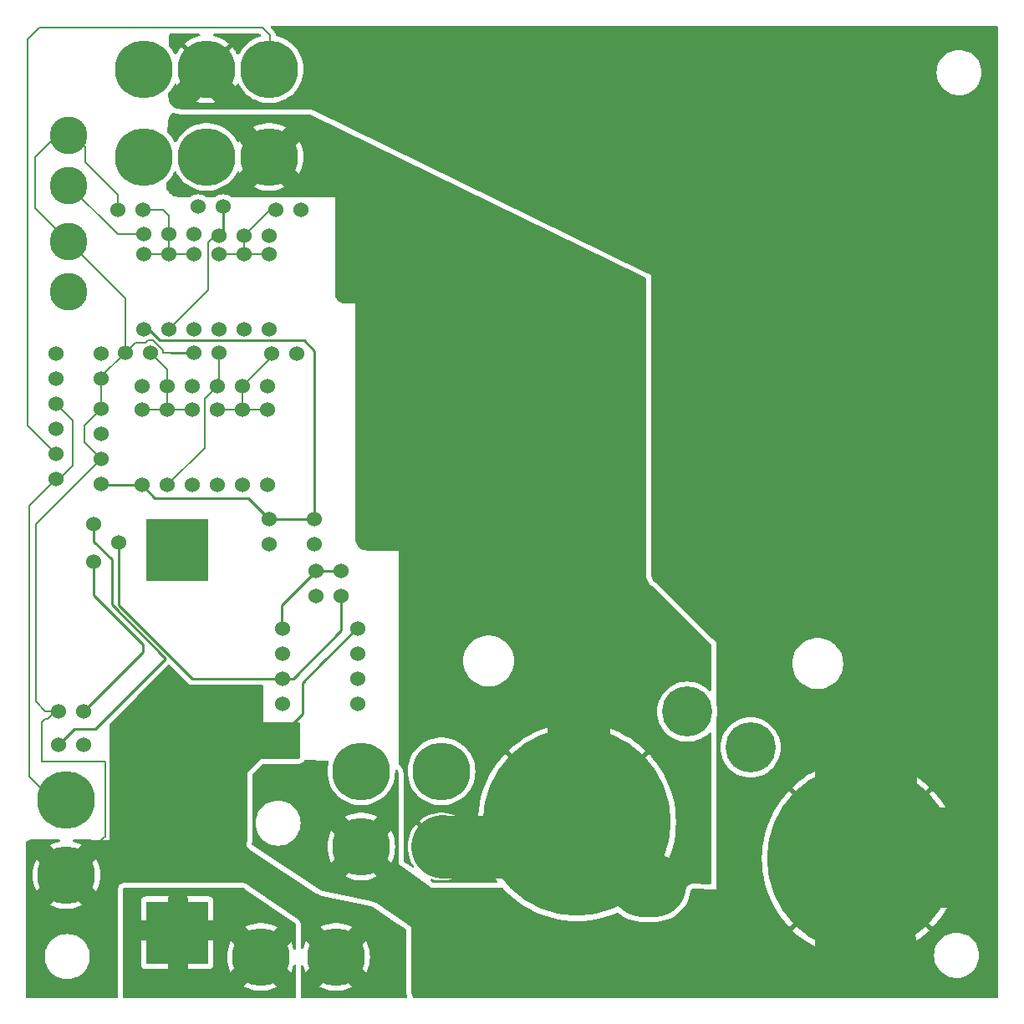
<source format=gbr>
%TF.GenerationSoftware,KiCad,Pcbnew,8.0.6*%
%TF.CreationDate,2024-12-23T13:04:00-07:00*%
%TF.ProjectId,Shutter current limit,53687574-7465-4722-9063-757272656e74,rev?*%
%TF.SameCoordinates,Original*%
%TF.FileFunction,Copper,L1,Top*%
%TF.FilePolarity,Positive*%
%FSLAX46Y46*%
G04 Gerber Fmt 4.6, Leading zero omitted, Abs format (unit mm)*
G04 Created by KiCad (PCBNEW 8.0.6) date 2024-12-23 13:04:00*
%MOMM*%
%LPD*%
G01*
G04 APERTURE LIST*
%TA.AperFunction,ComponentPad*%
%ADD10R,6.350000X6.350000*%
%TD*%
%TA.AperFunction,ComponentPad*%
%ADD11C,1.524000*%
%TD*%
%TA.AperFunction,ComponentPad*%
%ADD12C,5.842000*%
%TD*%
%TA.AperFunction,ComponentPad*%
%ADD13C,3.810000*%
%TD*%
%TA.AperFunction,ComponentPad*%
%ADD14C,5.080000*%
%TD*%
%TA.AperFunction,ComponentPad*%
%ADD15C,19.050000*%
%TD*%
%TA.AperFunction,Conductor*%
%ADD16C,0.200000*%
%TD*%
%TA.AperFunction,Conductor*%
%ADD17C,2.032000*%
%TD*%
%TA.AperFunction,Conductor*%
%ADD18C,0.254000*%
%TD*%
%TA.AperFunction,Conductor*%
%ADD19C,6.350000*%
%TD*%
%TA.AperFunction,Conductor*%
%ADD20C,10.160000*%
%TD*%
%TA.AperFunction,Conductor*%
%ADD21C,2.540000*%
%TD*%
%TA.AperFunction,Conductor*%
%ADD22C,5.080000*%
%TD*%
G04 APERTURE END LIST*
D10*
%TO.P,R7,2*%
%TO.N,Earth*%
X71272400Y-100812600D03*
%TO.P,R7,1*%
%TO.N,Net-(J2-Neg)*%
X71272400Y-139547600D03*
%TD*%
D11*
%TO.P,D1,1,K*%
%TO.N,Net-(D1-K)*%
X77876400Y-86586200D03*
%TO.P,D1,2,A*%
%TO.N,Net-(D1-A)*%
X77876400Y-94206200D03*
%TD*%
%TO.P,R6,1*%
%TO.N,POR*%
X85184800Y-97635200D03*
%TO.P,R6,2*%
%TO.N,Earth*%
X85184800Y-100175200D03*
%TD*%
%TO.P,Q3,1,D*%
%TO.N,Net-(D3-K)*%
X75336400Y-84173200D03*
%TO.P,Q3,2,G*%
%TO.N,Net-(D1-K)*%
X77876400Y-84173200D03*
%TO.P,Q3,3,S*%
%TO.N,Earth*%
X80416400Y-84173200D03*
%TD*%
%TO.P,U1,1*%
%TO.N,Net-(R8-Pad2)*%
X81915000Y-108712000D03*
%TO.P,U1,2,-*%
%TO.N,Net-(J2-Neg)*%
X81915000Y-111252000D03*
%TO.P,U1,3,+*%
%TO.N,Net-(U1-+)*%
X81915000Y-113792000D03*
%TO.P,U1,4*%
%TO.N,Earth*%
X81915000Y-116332000D03*
%TO.P,U1,5*%
%TO.N,N/C*%
X89535000Y-116332000D03*
%TO.P,U1,6*%
X89535000Y-113792000D03*
%TO.P,U1,7*%
X89535000Y-111252000D03*
%TO.P,U1,8*%
%TO.N,+12*%
X89535000Y-108712000D03*
%TD*%
%TO.P,R4,1*%
%TO.N,+12*%
X59276800Y-117109200D03*
%TO.P,R4,2*%
%TO.N,Net-(R4-Pad2)*%
X61816800Y-117109200D03*
%TD*%
%TO.P,D8,1,K*%
%TO.N,Net-(D11-A)*%
X78072800Y-70838200D03*
%TO.P,D8,2,A*%
%TO.N,Net-(D4-K)*%
X78072800Y-78458200D03*
%TD*%
%TO.P,R12,1*%
%TO.N,+12*%
X72986500Y-80772000D03*
%TO.P,R12,2*%
%TO.N,Net-(D3-K)*%
X75526500Y-80772000D03*
%TD*%
D12*
%TO.P,J4,1,Pos*%
%TO.N,K2 com*%
X89916000Y-123190000D03*
%TO.P,J4,2,Neg*%
%TO.N,Net-(D14-K)*%
X89916000Y-130810000D03*
%TD*%
%TO.P,K_cont2,30,Com*%
%TO.N,K1 com*%
X80612800Y-52074400D03*
%TO.P,K_cont2,87,NO*%
%TO.N,unconnected-(K_cont2-NO-Pad87)*%
X67912800Y-52074400D03*
%TO.P,K_cont2,87A,NC*%
%TO.N,Net-(D14-K)*%
X74262800Y-52074400D03*
%TD*%
D11*
%TO.P,D3,1,K*%
%TO.N,Net-(D3-K)*%
X70256400Y-94206200D03*
%TO.P,D3,2,A*%
%TO.N,Net-(D3-A)*%
X70256400Y-86586200D03*
%TD*%
%TO.P,R9,1*%
%TO.N,Net-(R8-Pad2)*%
X85344000Y-102870000D03*
%TO.P,R9,2*%
%TO.N,Net-(D2-A)*%
X85344000Y-105410000D03*
%TD*%
%TO.P,RV1,1,1*%
%TO.N,Net-(R5-Pad1)*%
X62832800Y-98143200D03*
%TO.P,RV1,2,2*%
%TO.N,Net-(U1-+)*%
X65372800Y-100048200D03*
%TO.P,RV1,3,3*%
%TO.N,Net-(R4-Pad2)*%
X62832800Y-101953200D03*
%TD*%
%TO.P,R13,1*%
%TO.N,Net-(D11-A)*%
X81280000Y-66294000D03*
%TO.P,R13,2*%
%TO.N,Earth*%
X83820000Y-66294000D03*
%TD*%
%TO.P,D6,1,K*%
%TO.N,POR*%
X67716400Y-94206200D03*
%TO.P,D6,2,A*%
%TO.N,Net-(D3-A)*%
X67716400Y-86586200D03*
%TD*%
%TO.P,D9,1,K*%
%TO.N,Net-(D9-K)*%
X70452800Y-78458200D03*
%TO.P,D9,2,A*%
%TO.N,Net-(D10-A)*%
X70452800Y-70838200D03*
%TD*%
%TO.P,D7,1,K*%
%TO.N,Net-(D11-A)*%
X80612800Y-70838200D03*
%TO.P,D7,2,A*%
%TO.N,Net-(D2-A)*%
X80612800Y-78458200D03*
%TD*%
%TO.P,R8,1*%
%TO.N,Net-(U1-+)*%
X87884000Y-105410000D03*
%TO.P,R8,2*%
%TO.N,Net-(R8-Pad2)*%
X87884000Y-102870000D03*
%TD*%
%TO.P,Q2,1,D*%
%TO.N,Net-(D1-A)*%
X59022800Y-88491200D03*
%TO.P,Q2,2,G*%
%TO.N,K1 com*%
X59022800Y-91031200D03*
%TO.P,Q2,3,S*%
%TO.N,Earth*%
X59022800Y-93571200D03*
%TD*%
%TO.P,R1,1*%
%TO.N,+12*%
X63594800Y-83411200D03*
%TO.P,R1,2*%
%TO.N,Net-(D4-K)*%
X63594800Y-80871200D03*
%TD*%
D13*
%TO.P,K_coil2,85,Coil_A*%
%TO.N,+12*%
X60292800Y-69568200D03*
%TO.P,K_coil2,86,Coil_B*%
%TO.N,Net-(D5-K)*%
X60292800Y-74648200D03*
%TD*%
D11*
%TO.P,R3,1*%
%TO.N,+12*%
X63594800Y-91539200D03*
%TO.P,R3,2*%
%TO.N,POR*%
X63594800Y-94079200D03*
%TD*%
%TO.P,D12,1,K*%
%TO.N,POR*%
X67912800Y-78458200D03*
%TO.P,D12,2,A*%
%TO.N,Net-(D10-A)*%
X67912800Y-70838200D03*
%TD*%
%TO.P,D10,1,K*%
%TO.N,Net-(D1-A)*%
X72992800Y-78458200D03*
%TO.P,D10,2,A*%
%TO.N,Net-(D10-A)*%
X72992800Y-70838200D03*
%TD*%
D14*
%TO.P,D14,2,A*%
%TO.N,K1 com*%
X129349500Y-120777000D03*
D15*
%TO.P,D14,1,K*%
%TO.N,Net-(D14-K)*%
X140525500Y-132054600D03*
%TD*%
D11*
%TO.P,D4,1,K*%
%TO.N,Net-(D4-K)*%
X72796400Y-94206200D03*
%TO.P,D4,2,A*%
%TO.N,Net-(D3-A)*%
X72796400Y-86586200D03*
%TD*%
%TO.P,D2,1,K*%
%TO.N,Net-(D1-K)*%
X80416400Y-86586200D03*
%TO.P,D2,2,A*%
%TO.N,Net-(D2-A)*%
X80416400Y-94206200D03*
%TD*%
D13*
%TO.P,K_coil1,85,Coil_A*%
%TO.N,+12*%
X60292800Y-58773200D03*
%TO.P,K_coil1,86,Coil_B*%
%TO.N,Net-(D11-K)*%
X60292800Y-63853200D03*
%TD*%
D11*
%TO.P,C1,1*%
%TO.N,POR*%
X80612800Y-97635200D03*
%TO.P,C1,2*%
%TO.N,Earth*%
X80612800Y-100175200D03*
%TD*%
%TO.P,R11,1*%
%TO.N,+12*%
X66001500Y-80772000D03*
%TO.P,R11,2*%
%TO.N,Net-(D3-A)*%
X68541500Y-80772000D03*
%TD*%
%TO.P,R14,1*%
%TO.N,+12*%
X65278000Y-66294000D03*
%TO.P,R14,2*%
%TO.N,Net-(D10-A)*%
X67818000Y-66294000D03*
%TD*%
%TO.P,R15,1*%
%TO.N,+12*%
X73367500Y-66014600D03*
%TO.P,R15,2*%
%TO.N,Net-(D9-K)*%
X75907500Y-66014600D03*
%TD*%
%TO.P,Q4,1,D*%
%TO.N,Net-(D5-K)*%
X67716400Y-84173200D03*
%TO.P,Q4,2,G*%
%TO.N,Net-(D3-A)*%
X70256400Y-84173200D03*
%TO.P,Q4,3,S*%
%TO.N,Earth*%
X72796400Y-84173200D03*
%TD*%
%TO.P,R10,1*%
%TO.N,Net-(D1-K)*%
X80866800Y-80871200D03*
%TO.P,R10,2*%
%TO.N,Earth*%
X83406800Y-80871200D03*
%TD*%
D12*
%TO.P,J1,1,Pos*%
%TO.N,+12*%
X60038800Y-133703200D03*
%TO.P,J1,2,Neg*%
%TO.N,Earth*%
X60038800Y-126083200D03*
%TD*%
%TO.P,J2,1,Pos*%
%TO.N,+12*%
X87370000Y-142000000D03*
%TO.P,J2,2,Neg*%
%TO.N,Net-(J2-Neg)*%
X79750000Y-142000000D03*
%TD*%
D11*
%TO.P,Q5,1,D*%
%TO.N,Net-(D9-K)*%
X75532800Y-68933200D03*
%TO.P,Q5,2,G*%
%TO.N,Net-(D11-A)*%
X78072800Y-68933200D03*
%TO.P,Q5,3,S*%
%TO.N,Earth*%
X80612800Y-68933200D03*
%TD*%
%TO.P,D11,1,K*%
%TO.N,Net-(D11-K)*%
X75532800Y-78458200D03*
%TO.P,D11,2,A*%
%TO.N,Net-(D11-A)*%
X75532800Y-70838200D03*
%TD*%
%TO.P,R2,1*%
%TO.N,+12*%
X63594800Y-86459200D03*
%TO.P,R2,2*%
%TO.N,Net-(D1-A)*%
X63594800Y-88999200D03*
%TD*%
%TO.P,Q1,1,D*%
%TO.N,Net-(D4-K)*%
X59022800Y-80871200D03*
%TO.P,Q1,2,G*%
%TO.N,K2 com*%
X59022800Y-83411200D03*
%TO.P,Q1,3,S*%
%TO.N,Earth*%
X59022800Y-85951200D03*
%TD*%
D12*
%TO.P,J3,1,Pos*%
%TO.N,Net-(D13-K)*%
X98044000Y-130810000D03*
%TO.P,J3,2,Neg*%
%TO.N,K1 com*%
X98044000Y-123190000D03*
%TD*%
D11*
%TO.P,Q6,1,D*%
%TO.N,Net-(D11-K)*%
X67912800Y-68805334D03*
%TO.P,Q6,2,G*%
%TO.N,Net-(D10-A)*%
X70452800Y-68805334D03*
%TO.P,Q6,3,S*%
%TO.N,Earth*%
X72992800Y-68805334D03*
%TD*%
%TO.P,D5,1,K*%
%TO.N,Net-(D5-K)*%
X75336400Y-94206200D03*
%TO.P,D5,2,A*%
%TO.N,Net-(D1-K)*%
X75336400Y-86586200D03*
%TD*%
D12*
%TO.P,K_cont1,30,Com*%
%TO.N,Net-(D13-K)*%
X80612800Y-60960000D03*
%TO.P,K_cont1,87,NO*%
%TO.N,unconnected-(K_cont1-NO-Pad87)*%
X67912800Y-60960000D03*
%TO.P,K_cont1,87A,NC*%
%TO.N,K2 com*%
X74262800Y-60960000D03*
%TD*%
D11*
%TO.P,R5,1*%
%TO.N,Net-(R5-Pad1)*%
X59276800Y-120495200D03*
%TO.P,R5,2*%
%TO.N,Earth*%
X61816800Y-120495200D03*
%TD*%
D15*
%TO.P,D13,1,K*%
%TO.N,Net-(D13-K)*%
X111760000Y-128333500D03*
D14*
%TO.P,D13,2,A*%
%TO.N,K2 com*%
X122936000Y-117157500D03*
%TD*%
D16*
%TO.N,Earth*%
X59336800Y-93571200D02*
X60706000Y-92202000D01*
X59022800Y-93571200D02*
X59336800Y-93571200D01*
X60706000Y-87630000D02*
X60706000Y-92202000D01*
D17*
%TO.N,+12*%
X60038800Y-133698800D02*
X57658000Y-131318000D01*
X60038800Y-133703200D02*
X60038800Y-133698800D01*
D16*
%TO.N,Earth*%
X60701600Y-87630000D02*
X59022800Y-85951200D01*
X60706000Y-87630000D02*
X60701600Y-87630000D01*
X58646200Y-126083200D02*
X60038800Y-126083200D01*
X56261000Y-96333000D02*
X56261000Y-123698000D01*
X56261000Y-123698000D02*
X58646200Y-126083200D01*
D18*
X81180800Y-68933200D02*
X80612800Y-68933200D01*
D16*
X59022800Y-93571200D02*
X56261000Y-96333000D01*
D18*
%TO.N,POR*%
X63721800Y-94206200D02*
X63594800Y-94079200D01*
X85184800Y-97635200D02*
X85184800Y-80612800D01*
X67716400Y-94206200D02*
X63721800Y-94206200D01*
X85184800Y-97635200D02*
X80612800Y-97635200D01*
X69483070Y-79547200D02*
X68394070Y-78458200D01*
X68394070Y-78458200D02*
X67912800Y-78458200D01*
X78486000Y-95504000D02*
X69014200Y-95504000D01*
X85184800Y-80612800D02*
X84119200Y-79547200D01*
X84119200Y-79547200D02*
X69483070Y-79547200D01*
X78486000Y-95508400D02*
X78486000Y-95504000D01*
X80612800Y-97635200D02*
X78486000Y-95508400D01*
X69014200Y-95504000D02*
X67716400Y-94206200D01*
D16*
%TO.N,Net-(D1-K)*%
X77876400Y-86586200D02*
X77876400Y-84173200D01*
X75336400Y-86586200D02*
X80416400Y-86586200D01*
X80866800Y-81379200D02*
X80866800Y-80871200D01*
X77876400Y-84173200D02*
X80670400Y-81379200D01*
%TO.N,Net-(D3-A)*%
X70256400Y-84173200D02*
X70256400Y-82486900D01*
X70256400Y-86586200D02*
X70256400Y-84173200D01*
X67716400Y-86586200D02*
X72796400Y-86586200D01*
X70256400Y-82486900D02*
X68541500Y-80772000D01*
%TO.N,Net-(D3-K)*%
X75336400Y-84173200D02*
X74041000Y-85468600D01*
X74041000Y-85468600D02*
X74041000Y-90421600D01*
X75526500Y-80772000D02*
X75526500Y-83983100D01*
X74041000Y-90421600D02*
X70256400Y-94206200D01*
X75532800Y-81125200D02*
X75786800Y-80871200D01*
X75526500Y-83983100D02*
X75336400Y-84173200D01*
D18*
%TO.N,Net-(D4-K)*%
X78091800Y-78458200D02*
X78100000Y-78450000D01*
X78072800Y-78458200D02*
X78091800Y-78458200D01*
D16*
%TO.N,Net-(D11-A)*%
X78072800Y-70838200D02*
X78072800Y-68933200D01*
X75532800Y-70838200D02*
X80612800Y-70838200D01*
X78072800Y-68933200D02*
X80712000Y-66294000D01*
X80712000Y-66294000D02*
X81280000Y-66294000D01*
%TO.N,Net-(D9-K)*%
X75084800Y-68933200D02*
X74422000Y-69596000D01*
X75433600Y-68834000D02*
X75184000Y-68834000D01*
X75378000Y-69088000D02*
X75532800Y-68933200D01*
X75532800Y-68933200D02*
X75084800Y-68933200D01*
D18*
X75907500Y-68558500D02*
X75532800Y-68933200D01*
X75907500Y-66014600D02*
X75907500Y-68558500D01*
D16*
X74422000Y-69596000D02*
X74422000Y-74489000D01*
X75378000Y-69088000D02*
X75184000Y-69088000D01*
X75433600Y-68834000D02*
X75532800Y-68933200D01*
X74422000Y-74489000D02*
X70452800Y-78458200D01*
X75532800Y-68933200D02*
X74830800Y-68933200D01*
%TO.N,Net-(D10-A)*%
X69845600Y-66294000D02*
X67818000Y-66294000D01*
X67912800Y-70838200D02*
X72992800Y-70838200D01*
X70452800Y-70838200D02*
X70452800Y-68805334D01*
X70452800Y-68805334D02*
X70452800Y-66901200D01*
X70452800Y-66901200D02*
X69845600Y-66294000D01*
%TO.N,Net-(D11-K)*%
X67912800Y-68805334D02*
X65244934Y-68805334D01*
X65244934Y-68805334D02*
X60292800Y-63853200D01*
D18*
%TO.N,K2 com*%
X59027200Y-83411200D02*
X59055000Y-83439000D01*
D19*
%TO.N,Net-(D13-K)*%
X109474000Y-130810000D02*
X98146173Y-130810000D01*
X111950500Y-128333500D02*
X109880400Y-126263400D01*
D17*
X80612800Y-60960000D02*
X80645000Y-60960000D01*
X80612800Y-60960000D02*
X80612800Y-61054800D01*
X80612800Y-61054800D02*
X83058000Y-63500000D01*
D19*
X111950500Y-128333500D02*
X109474000Y-130810000D01*
X98146173Y-130810000D02*
X98095086Y-130758913D01*
D17*
X80518000Y-60960000D02*
X78359000Y-58801000D01*
D19*
X118364000Y-134747000D02*
X119634000Y-134747000D01*
X111950500Y-128333500D02*
X111887000Y-128270000D01*
X111887000Y-128270000D02*
X111887000Y-117729000D01*
D20*
X111950500Y-127190500D02*
X112014000Y-127127000D01*
X111950500Y-128333500D02*
X111950500Y-127190500D01*
D17*
X80612800Y-60960000D02*
X80518000Y-60960000D01*
X80645000Y-60960000D02*
X83185000Y-58420000D01*
X80612800Y-60960000D02*
X80612800Y-60992200D01*
D19*
X111950500Y-128333500D02*
X118364000Y-134747000D01*
D17*
X80612800Y-60992200D02*
X77851000Y-63754000D01*
D16*
%TO.N,K1 com*%
X80645000Y-48641000D02*
X79883000Y-47879000D01*
X79883000Y-47879000D02*
X57277000Y-47879000D01*
X80645000Y-52042200D02*
X80645000Y-48641000D01*
X80612800Y-52074400D02*
X80645000Y-52042200D01*
X56134000Y-88142400D02*
X59022800Y-91031200D01*
X56134000Y-49022000D02*
X56134000Y-88142400D01*
X80612800Y-52074400D02*
X80612800Y-50800000D01*
X57277000Y-47879000D02*
X56134000Y-49022000D01*
%TO.N,+12*%
X56896000Y-66171400D02*
X56896000Y-60960000D01*
X56947128Y-98186872D02*
X63594800Y-91539200D01*
X63594800Y-83178700D02*
X63594800Y-83411200D01*
D17*
X87235000Y-142000000D02*
X84963000Y-144272000D01*
D16*
X63594800Y-83411200D02*
X63594800Y-86459200D01*
X57531000Y-122174000D02*
X57531000Y-118237000D01*
D18*
X85962900Y-112251900D02*
X83947000Y-114267800D01*
D16*
X61916000Y-89860400D02*
X63594800Y-91539200D01*
X66001500Y-75276900D02*
X60292800Y-69568200D01*
D18*
X83947000Y-114267800D02*
X83947000Y-117348000D01*
D17*
X87370000Y-142000000D02*
X87235000Y-142000000D01*
D16*
X64008000Y-122174000D02*
X57531000Y-122174000D01*
X64008000Y-129794000D02*
X64008000Y-122174000D01*
X57927200Y-117109200D02*
X56947128Y-116129128D01*
X68326000Y-79502000D02*
X68834000Y-79502000D01*
X60292800Y-69568200D02*
X56896000Y-66171400D01*
X66001500Y-80772000D02*
X67017500Y-79756000D01*
D18*
X78105000Y-123317000D02*
X78105000Y-131699000D01*
D17*
X60038800Y-133703200D02*
X60038800Y-133636200D01*
D16*
X56896000Y-60960000D02*
X59082800Y-58773200D01*
X65278000Y-64770000D02*
X65278000Y-66294000D01*
D17*
X60038800Y-133703200D02*
X62479600Y-136144000D01*
D16*
X69850000Y-80518000D02*
X69850000Y-80772000D01*
D17*
X87370000Y-142000000D02*
X87370000Y-141980000D01*
D16*
X69850000Y-80772000D02*
X70612000Y-80772000D01*
D18*
X85962900Y-112251900D02*
X89502800Y-108712000D01*
D16*
X61976000Y-59944000D02*
X61976000Y-61468000D01*
X66001500Y-80772000D02*
X66001500Y-75276900D01*
X67017500Y-79756000D02*
X68072000Y-79756000D01*
X66001500Y-80772000D02*
X63594800Y-83178700D01*
D17*
X60038800Y-133703200D02*
X57531000Y-136211000D01*
D16*
X68834000Y-79502000D02*
X69850000Y-80518000D01*
D17*
X62479600Y-136144000D02*
X62484000Y-136144000D01*
D16*
X57531000Y-118237000D02*
X57912000Y-117856000D01*
D18*
X72986500Y-80772000D02*
X70612000Y-80772000D01*
D16*
X60292800Y-58773200D02*
X60805200Y-58773200D01*
D17*
X87370000Y-142000000D02*
X87390000Y-142000000D01*
D16*
X60805200Y-58773200D02*
X61976000Y-59944000D01*
D17*
X57531000Y-136211000D02*
X57531000Y-136271000D01*
X87390000Y-142000000D02*
X89789000Y-144399000D01*
D16*
X63594800Y-86459200D02*
X61916000Y-88138000D01*
X56947128Y-116129128D02*
X56947128Y-98186872D01*
X59082800Y-58773200D02*
X60292800Y-58773200D01*
D17*
X87370000Y-142000000D02*
X87370000Y-141992000D01*
D16*
X60038800Y-133703200D02*
X63948000Y-129794000D01*
D18*
X83947000Y-117348000D02*
X78105000Y-123190000D01*
D16*
X61976000Y-61468000D02*
X65278000Y-64770000D01*
X61916000Y-88138000D02*
X61916000Y-89860400D01*
X57912000Y-117856000D02*
X58166000Y-117856000D01*
D17*
X87370000Y-141980000D02*
X84963000Y-139573000D01*
D18*
X78105000Y-123190000D02*
X78105000Y-123317000D01*
D16*
X58166000Y-117856000D02*
X58912800Y-117109200D01*
X58912800Y-117109200D02*
X59276800Y-117109200D01*
X68072000Y-79756000D02*
X68326000Y-79502000D01*
X59276800Y-117109200D02*
X57927200Y-117109200D01*
D17*
X87370000Y-141992000D02*
X89662000Y-139700000D01*
X60038800Y-133636200D02*
X62357000Y-131318000D01*
D18*
%TO.N,Net-(U1-+)*%
X72833600Y-113792000D02*
X81882800Y-113792000D01*
X65372800Y-100048200D02*
X65372800Y-106331200D01*
X83032600Y-113792000D02*
X87884000Y-108940600D01*
X87884000Y-108940600D02*
X87884000Y-105410000D01*
X81882800Y-113792000D02*
X83032600Y-113792000D01*
X65372800Y-106331200D02*
X72833600Y-113792000D01*
%TO.N,Net-(R5-Pad1)*%
X60900000Y-118872000D02*
X62738000Y-118872000D01*
X64643000Y-101727000D02*
X64643000Y-106299000D01*
X62832800Y-98143200D02*
X62832800Y-99822000D01*
X59276800Y-120495200D02*
X60900000Y-118872000D01*
X62992000Y-118872000D02*
X62738000Y-118872000D01*
X64643000Y-106299000D02*
X70104000Y-111760000D01*
X70104000Y-111760000D02*
X62992000Y-118872000D01*
X62832800Y-99916800D02*
X64643000Y-101727000D01*
%TO.N,Net-(R4-Pad2)*%
X67818000Y-110363000D02*
X62832800Y-105377800D01*
X62832800Y-105377800D02*
X62832800Y-101953200D01*
X61816800Y-117109200D02*
X67818000Y-111108000D01*
X67818000Y-111108000D02*
X67818000Y-110363000D01*
D17*
%TO.N,Net-(D14-K)*%
X89916000Y-130810000D02*
X92202000Y-133096000D01*
D20*
X141097000Y-132054600D02*
X141097000Y-123190000D01*
D21*
X74262800Y-52483200D02*
X72009000Y-54737000D01*
X74262800Y-52074400D02*
X74262800Y-53340000D01*
D17*
X87630000Y-128524000D02*
X89916000Y-130810000D01*
D20*
X141198600Y-131953000D02*
X141097000Y-132054600D01*
X140970000Y-123063000D02*
X140970000Y-141113200D01*
X140970000Y-141113200D02*
X141097000Y-141113200D01*
D21*
X74262800Y-52074400D02*
X74262800Y-52483200D01*
D20*
X140175800Y-132407800D02*
X143588600Y-132407800D01*
X149342800Y-131953000D02*
X141198600Y-131953000D01*
D17*
X89916000Y-130810000D02*
X87630000Y-133096000D01*
D21*
X74262800Y-52074400D02*
X74262800Y-52672800D01*
D17*
X92329000Y-128397000D02*
X89916000Y-130810000D01*
D20*
X141097000Y-132054600D02*
X141097000Y-131445000D01*
X140175800Y-132407800D02*
X140175800Y-133382200D01*
D21*
X74262800Y-52074400D02*
X74262800Y-53543200D01*
X74262800Y-52672800D02*
X76200000Y-54610000D01*
D20*
X140175800Y-132407800D02*
X140175800Y-132366200D01*
X141097000Y-123190000D02*
X140970000Y-123063000D01*
D17*
%TO.N,Net-(J2-Neg)*%
X79770000Y-142000000D02*
X82169000Y-144399000D01*
X79750000Y-142000000D02*
X79615000Y-142000000D01*
X79869000Y-142000000D02*
X82169000Y-139700000D01*
X71374000Y-139319000D02*
X75184000Y-139319000D01*
X79750000Y-141980000D02*
X77343000Y-139573000D01*
D22*
X71369600Y-139446000D02*
X71341800Y-139418200D01*
D17*
X71374000Y-139319000D02*
X71374000Y-139386000D01*
X79750000Y-142000000D02*
X79750000Y-141980000D01*
X79615000Y-142000000D02*
X76962000Y-144653000D01*
X79750000Y-142000000D02*
X79869000Y-142000000D01*
X71374000Y-139319000D02*
X71374000Y-143383000D01*
X71374000Y-139386000D02*
X71374000Y-136144000D01*
X79750000Y-142000000D02*
X79770000Y-142000000D01*
X71374000Y-139319000D02*
X67437000Y-139319000D01*
D18*
%TO.N,Net-(R8-Pad2)*%
X81882800Y-108712000D02*
X81882800Y-106331200D01*
X81882800Y-106331200D02*
X85344000Y-102870000D01*
X85344000Y-102870000D02*
X87884000Y-102870000D01*
%TD*%
%TA.AperFunction,Conductor*%
%TO.N,Net-(D13-K)*%
G36*
X70950074Y-56501967D02*
G01*
X70971591Y-56512096D01*
X70979873Y-56515996D01*
X71018097Y-56531976D01*
X71021529Y-56533411D01*
X71042318Y-56541047D01*
X71085375Y-56554744D01*
X71279411Y-56607192D01*
X71323506Y-56617052D01*
X71345310Y-56620929D01*
X71390079Y-56626872D01*
X71542989Y-56640362D01*
X71542989Y-56640361D01*
X71550144Y-56640992D01*
X71595824Y-56645024D01*
X71618351Y-56646514D01*
X71629424Y-56647002D01*
X71629426Y-56647002D01*
X71629448Y-56647003D01*
X71652011Y-56647500D01*
X71652033Y-56647500D01*
X84688537Y-56647500D01*
X84743713Y-56660223D01*
X84878136Y-56725699D01*
X84878142Y-56725701D01*
X118314259Y-73011928D01*
X118314263Y-73011930D01*
X118668675Y-73184558D01*
X118721159Y-73232370D01*
X118739500Y-73297835D01*
X118739500Y-103092450D01*
X118740133Y-103117945D01*
X118740756Y-103130467D01*
X118742658Y-103155922D01*
X118765793Y-103387944D01*
X118773377Y-103438426D01*
X118773378Y-103438429D01*
X118778306Y-103462890D01*
X118778310Y-103462910D01*
X118778313Y-103462922D01*
X118790855Y-103512355D01*
X118857513Y-103729250D01*
X118874899Y-103777197D01*
X118884579Y-103800251D01*
X118906646Y-103846259D01*
X119014819Y-104045716D01*
X119014824Y-104045725D01*
X119014831Y-104045737D01*
X119014833Y-104045741D01*
X119041329Y-104089283D01*
X119041354Y-104089323D01*
X119046758Y-104097283D01*
X119055382Y-104109988D01*
X119086093Y-104150721D01*
X119141730Y-104217353D01*
X119235569Y-104329735D01*
X119252407Y-104348912D01*
X119260908Y-104358121D01*
X119278652Y-104376409D01*
X125116313Y-110101806D01*
X125116651Y-110102138D01*
X125116752Y-110102238D01*
X125214596Y-110198200D01*
X125292925Y-110275023D01*
X125305726Y-110287577D01*
X125340355Y-110349556D01*
X125343500Y-110377533D01*
X125343500Y-114946463D01*
X125323498Y-115014584D01*
X125269842Y-115061077D01*
X125199568Y-115071181D01*
X125134988Y-115041687D01*
X125123550Y-115030423D01*
X125095015Y-114998493D01*
X125036793Y-114946463D01*
X124839703Y-114770332D01*
X124560455Y-114572194D01*
X124560450Y-114572191D01*
X124560447Y-114572189D01*
X124325507Y-114442343D01*
X124260779Y-114406569D01*
X124260772Y-114406566D01*
X124260768Y-114406564D01*
X123944446Y-114275539D01*
X123615417Y-114180748D01*
X123277855Y-114123395D01*
X123277857Y-114123395D01*
X122936000Y-114104197D01*
X122594143Y-114123395D01*
X122256582Y-114180748D01*
X121927553Y-114275539D01*
X121611231Y-114406564D01*
X121611208Y-114406576D01*
X121311552Y-114572189D01*
X121032293Y-114770335D01*
X120776989Y-114998489D01*
X120548835Y-115253793D01*
X120350689Y-115533052D01*
X120185076Y-115832708D01*
X120185064Y-115832731D01*
X120054039Y-116149053D01*
X119959248Y-116478082D01*
X119901895Y-116815643D01*
X119882697Y-117157500D01*
X119901895Y-117499356D01*
X119959248Y-117836917D01*
X120054039Y-118165946D01*
X120143796Y-118382638D01*
X120185069Y-118482279D01*
X120189028Y-118489442D01*
X120350689Y-118781947D01*
X120350691Y-118781950D01*
X120350694Y-118781955D01*
X120548832Y-119061203D01*
X120776989Y-119316511D01*
X121032297Y-119544668D01*
X121311545Y-119742806D01*
X121611221Y-119908431D01*
X121927558Y-120039462D01*
X122256576Y-120134250D01*
X122594139Y-120191604D01*
X122936000Y-120210803D01*
X123277861Y-120191604D01*
X123615424Y-120134250D01*
X123944442Y-120039462D01*
X124260779Y-119908431D01*
X124560455Y-119742806D01*
X124839703Y-119544668D01*
X125095011Y-119316511D01*
X125123550Y-119284575D01*
X125183854Y-119247111D01*
X125254843Y-119248197D01*
X125313975Y-119287489D01*
X125342477Y-119352513D01*
X125343500Y-119368536D01*
X125343500Y-134484812D01*
X125323498Y-134552933D01*
X125269842Y-134599426D01*
X125216776Y-134610810D01*
X123458226Y-134600704D01*
X123417053Y-134600468D01*
X123417052Y-134600468D01*
X123417050Y-134600468D01*
X123417044Y-134600468D01*
X123331170Y-134607201D01*
X123331144Y-134607204D01*
X123289584Y-134614007D01*
X123289568Y-134614010D01*
X123206015Y-134635010D01*
X123075902Y-134701600D01*
X123075897Y-134701603D01*
X123016542Y-134743605D01*
X123013242Y-134747073D01*
X122911872Y-134843156D01*
X122838421Y-134969512D01*
X122838416Y-134969522D01*
X122811877Y-135035246D01*
X122767824Y-135090922D01*
X122700663Y-135113943D01*
X122694488Y-135114067D01*
X120230473Y-135103213D01*
X119437962Y-135099721D01*
X119369931Y-135079420D01*
X119323675Y-135025560D01*
X119313881Y-134955242D01*
X119343658Y-134890792D01*
X119344004Y-134890397D01*
X119488203Y-134726835D01*
X119874402Y-134228951D01*
X119874416Y-134228932D01*
X120228562Y-133707820D01*
X120228573Y-133707803D01*
X120549300Y-133165483D01*
X120835370Y-132604041D01*
X120835374Y-132604031D01*
X121085614Y-132025761D01*
X121299047Y-131432924D01*
X121299053Y-131432906D01*
X121474840Y-130827844D01*
X121612291Y-130212917D01*
X121710861Y-129590571D01*
X121770156Y-128963290D01*
X121770157Y-128963269D01*
X121789948Y-128333500D01*
X121770157Y-127703730D01*
X121770156Y-127703709D01*
X121710861Y-127076428D01*
X121612291Y-126454082D01*
X121474840Y-125839155D01*
X121299053Y-125234093D01*
X121299047Y-125234075D01*
X121085614Y-124641238D01*
X120835374Y-124062968D01*
X120835370Y-124062958D01*
X120549300Y-123501516D01*
X120228573Y-122959196D01*
X120228562Y-122959179D01*
X119874416Y-122438067D01*
X119874402Y-122438048D01*
X119488197Y-121940155D01*
X119071523Y-121467532D01*
X119071500Y-121467508D01*
X119025523Y-121421531D01*
X119025521Y-121421531D01*
X114265528Y-126181522D01*
X114209571Y-126113338D01*
X113980162Y-125883929D01*
X113911976Y-125827970D01*
X118671968Y-121067978D01*
X118671968Y-121067976D01*
X118625991Y-121021999D01*
X118625967Y-121021976D01*
X118153344Y-120605302D01*
X117655451Y-120219097D01*
X117655432Y-120219083D01*
X117134320Y-119864937D01*
X117134303Y-119864926D01*
X116591983Y-119544199D01*
X116030541Y-119258129D01*
X116030531Y-119258125D01*
X115452261Y-119007885D01*
X114859424Y-118794452D01*
X114859406Y-118794446D01*
X114254344Y-118618659D01*
X113639417Y-118481208D01*
X113017071Y-118382638D01*
X112389790Y-118323343D01*
X112389769Y-118323342D01*
X111760000Y-118303551D01*
X111130230Y-118323342D01*
X111130209Y-118323343D01*
X110502928Y-118382638D01*
X109880582Y-118481208D01*
X109265655Y-118618659D01*
X108660593Y-118794446D01*
X108660575Y-118794452D01*
X108067738Y-119007885D01*
X107489468Y-119258125D01*
X107489458Y-119258129D01*
X106928016Y-119544199D01*
X106385696Y-119864926D01*
X106385679Y-119864937D01*
X105864567Y-120219083D01*
X105864548Y-120219097D01*
X105366655Y-120605302D01*
X104894033Y-121021976D01*
X104894023Y-121021985D01*
X104848031Y-121067976D01*
X104848031Y-121067978D01*
X109608023Y-125827970D01*
X109539838Y-125883929D01*
X109310429Y-126113338D01*
X109254470Y-126181523D01*
X104494478Y-121421531D01*
X104494477Y-121421531D01*
X104448485Y-121467523D01*
X104448476Y-121467533D01*
X104031802Y-121940155D01*
X103645597Y-122438048D01*
X103645583Y-122438067D01*
X103291437Y-122959179D01*
X103291426Y-122959196D01*
X102970699Y-123501516D01*
X102684629Y-124062958D01*
X102684625Y-124062968D01*
X102434385Y-124641238D01*
X102220952Y-125234075D01*
X102220946Y-125234093D01*
X102045159Y-125839155D01*
X101907708Y-126454082D01*
X101809138Y-127076428D01*
X101749843Y-127703709D01*
X101749842Y-127703730D01*
X101730051Y-128333500D01*
X101749842Y-128963269D01*
X101749843Y-128963290D01*
X101809138Y-129590571D01*
X101907708Y-130212917D01*
X102045159Y-130827844D01*
X102220946Y-131432906D01*
X102220952Y-131432924D01*
X102434385Y-132025761D01*
X102684625Y-132604031D01*
X102684629Y-132604041D01*
X102970699Y-133165483D01*
X103291426Y-133707803D01*
X103291437Y-133707820D01*
X103645583Y-134228932D01*
X103645597Y-134228951D01*
X103688510Y-134284274D01*
X103714457Y-134350359D01*
X103700556Y-134419982D01*
X103651221Y-134471037D01*
X103588950Y-134487500D01*
X97236762Y-134487500D01*
X97168641Y-134467498D01*
X97162420Y-134463231D01*
X96995139Y-134340986D01*
X96995057Y-134340928D01*
X96957860Y-134313746D01*
X96914664Y-134257406D01*
X96908784Y-134186653D01*
X96942090Y-134123953D01*
X97004006Y-134089213D01*
X97072437Y-134092613D01*
X97127431Y-134111142D01*
X97127448Y-134111147D01*
X97489714Y-134190888D01*
X97489742Y-134190893D01*
X97858511Y-134230999D01*
X97858527Y-134231000D01*
X98229473Y-134231000D01*
X98229488Y-134230999D01*
X98598257Y-134190893D01*
X98598285Y-134190888D01*
X98960551Y-134111147D01*
X98960568Y-134111142D01*
X99312102Y-133992697D01*
X99312114Y-133992692D01*
X99648773Y-133836936D01*
X99648780Y-133836932D01*
X99966639Y-133645683D01*
X99966645Y-133645679D01*
X100261962Y-133421186D01*
X100261966Y-133421182D01*
X100282334Y-133401888D01*
X100282334Y-133401887D01*
X98884827Y-132004380D01*
X98995452Y-131924007D01*
X99158007Y-131761452D01*
X99238380Y-131650827D01*
X100633401Y-133045847D01*
X100771435Y-132883340D01*
X100979614Y-132576299D01*
X100979616Y-132576295D01*
X101153376Y-132248548D01*
X101153380Y-132248540D01*
X101290683Y-131903932D01*
X101389927Y-131546489D01*
X101449940Y-131180418D01*
X101470025Y-130810002D01*
X101470025Y-130809997D01*
X101449940Y-130439581D01*
X101389927Y-130073510D01*
X101290683Y-129716067D01*
X101153380Y-129371459D01*
X101153376Y-129371451D01*
X100979616Y-129043704D01*
X100979614Y-129043700D01*
X100771439Y-128736665D01*
X100633400Y-128574152D01*
X99238379Y-129969172D01*
X99158007Y-129858548D01*
X98995452Y-129695993D01*
X98884826Y-129615619D01*
X100282333Y-128218112D01*
X100261958Y-128198812D01*
X99966645Y-127974320D01*
X99966639Y-127974316D01*
X99648780Y-127783067D01*
X99648773Y-127783063D01*
X99312114Y-127627307D01*
X99312102Y-127627302D01*
X98960568Y-127508857D01*
X98960551Y-127508852D01*
X98598285Y-127429111D01*
X98598257Y-127429106D01*
X98229488Y-127389000D01*
X97858511Y-127389000D01*
X97489742Y-127429106D01*
X97489714Y-127429111D01*
X97127448Y-127508852D01*
X97127431Y-127508857D01*
X96775897Y-127627302D01*
X96775885Y-127627307D01*
X96439226Y-127783063D01*
X96439219Y-127783067D01*
X96121360Y-127974316D01*
X96121354Y-127974320D01*
X95826031Y-128198819D01*
X95805664Y-128218110D01*
X95805664Y-128218111D01*
X97203172Y-129615619D01*
X97092548Y-129695993D01*
X96929993Y-129858548D01*
X96849619Y-129969172D01*
X95454598Y-128574151D01*
X95316567Y-128736655D01*
X95316565Y-128736657D01*
X95108385Y-129043700D01*
X95108383Y-129043704D01*
X94934623Y-129371451D01*
X94934619Y-129371459D01*
X94797316Y-129716067D01*
X94698072Y-130073510D01*
X94638059Y-130439581D01*
X94617975Y-130809997D01*
X94617975Y-130810002D01*
X94638059Y-131180418D01*
X94698072Y-131546489D01*
X94797316Y-131903932D01*
X94934619Y-132248540D01*
X94934623Y-132248548D01*
X95108382Y-132576292D01*
X95219830Y-132740666D01*
X95241503Y-132808274D01*
X95223184Y-132876867D01*
X95170689Y-132924666D01*
X95100685Y-132936497D01*
X95041199Y-132913107D01*
X94507548Y-132523132D01*
X94507532Y-132523121D01*
X94291158Y-132365001D01*
X94247959Y-132308659D01*
X94239500Y-132263270D01*
X94239500Y-123651561D01*
X94239500Y-123651544D01*
X94239038Y-123629758D01*
X94238584Y-123619067D01*
X94237194Y-123597282D01*
X94220271Y-123398559D01*
X94214727Y-123355294D01*
X94214727Y-123355291D01*
X94211113Y-123334230D01*
X94207180Y-123315993D01*
X94201920Y-123291597D01*
X94175450Y-123189995D01*
X94609463Y-123189995D01*
X94609463Y-123190004D01*
X94629596Y-123561337D01*
X94689760Y-123928323D01*
X94789248Y-124286649D01*
X94789249Y-124286652D01*
X94816807Y-124355816D01*
X94926899Y-124632125D01*
X95101092Y-124960689D01*
X95309789Y-125268493D01*
X95309791Y-125268495D01*
X95550541Y-125551929D01*
X95820513Y-125807661D01*
X95820528Y-125807674D01*
X96116582Y-126032728D01*
X96435234Y-126224455D01*
X96557452Y-126280999D01*
X96772735Y-126380600D01*
X96772747Y-126380605D01*
X97125164Y-126499348D01*
X97488354Y-126579292D01*
X97858058Y-126619500D01*
X97858066Y-126619500D01*
X98229934Y-126619500D01*
X98229942Y-126619500D01*
X98599646Y-126579292D01*
X98962836Y-126499348D01*
X99315253Y-126380605D01*
X99652766Y-126224455D01*
X99971418Y-126032728D01*
X100267472Y-125807674D01*
X100537458Y-125551929D01*
X100778211Y-125268493D01*
X100986908Y-124960689D01*
X101161101Y-124632125D01*
X101298750Y-124286653D01*
X101398239Y-123928324D01*
X101458404Y-123561339D01*
X101478537Y-123190000D01*
X101458404Y-122818661D01*
X101398239Y-122451676D01*
X101298750Y-122093347D01*
X101161101Y-121747875D01*
X100986908Y-121419311D01*
X100778211Y-121111507D01*
X100694618Y-121013094D01*
X100537458Y-120828070D01*
X100267486Y-120572338D01*
X100267471Y-120572325D01*
X99971415Y-120347270D01*
X99758390Y-120219097D01*
X99652766Y-120155545D01*
X99606738Y-120134250D01*
X99315264Y-119999399D01*
X99315252Y-119999394D01*
X98962845Y-119880655D01*
X98962844Y-119880654D01*
X98962836Y-119880652D01*
X98962831Y-119880650D01*
X98962828Y-119880650D01*
X98599662Y-119800711D01*
X98599649Y-119800708D01*
X98599646Y-119800708D01*
X98599643Y-119800707D01*
X98599634Y-119800706D01*
X98229949Y-119760500D01*
X98229942Y-119760500D01*
X97858058Y-119760500D01*
X97858050Y-119760500D01*
X97488365Y-119800706D01*
X97488337Y-119800711D01*
X97125171Y-119880650D01*
X97125154Y-119880655D01*
X96772747Y-119999394D01*
X96772735Y-119999399D01*
X96435239Y-120155542D01*
X96435232Y-120155546D01*
X96116584Y-120347270D01*
X95820528Y-120572325D01*
X95820513Y-120572338D01*
X95550541Y-120828070D01*
X95309791Y-121111504D01*
X95101090Y-121419313D01*
X94926898Y-121747877D01*
X94926894Y-121747886D01*
X94789249Y-122093347D01*
X94789248Y-122093350D01*
X94689760Y-122451676D01*
X94661228Y-122625717D01*
X94629596Y-122818661D01*
X94626951Y-122867438D01*
X94609463Y-123189995D01*
X94175450Y-123189995D01*
X94152996Y-123103807D01*
X94140220Y-123062112D01*
X94133093Y-123041952D01*
X94116824Y-123001488D01*
X94097695Y-122959196D01*
X94056195Y-122867442D01*
X94056193Y-122867438D01*
X93991496Y-122761037D01*
X93953929Y-122713411D01*
X93953923Y-122713403D01*
X93865528Y-122625717D01*
X93865525Y-122625715D01*
X93865523Y-122625713D01*
X93789718Y-122582609D01*
X93740388Y-122531549D01*
X93726000Y-122473078D01*
X93726000Y-112013993D01*
X100230792Y-112013993D01*
X100230792Y-112014006D01*
X100251200Y-112338401D01*
X100251202Y-112338417D01*
X100312111Y-112657706D01*
X100312114Y-112657719D01*
X100412554Y-112966845D01*
X100412559Y-112966858D01*
X100550958Y-113260970D01*
X100550966Y-113260984D01*
X100725130Y-113535423D01*
X100725132Y-113535426D01*
X100775492Y-113596300D01*
X100932332Y-113785887D01*
X101169287Y-114008403D01*
X101432262Y-114199465D01*
X101717109Y-114356062D01*
X102019338Y-114475722D01*
X102334181Y-114556560D01*
X102656673Y-114597300D01*
X102656677Y-114597300D01*
X102981723Y-114597300D01*
X102981727Y-114597300D01*
X103304219Y-114556560D01*
X103619062Y-114475722D01*
X103921291Y-114356062D01*
X104206138Y-114199465D01*
X104469113Y-114008403D01*
X104706068Y-113785887D01*
X104913266Y-113535428D01*
X105087439Y-113260975D01*
X105225841Y-112966857D01*
X105326288Y-112657711D01*
X105387198Y-112338414D01*
X105391628Y-112267999D01*
X105407608Y-112014006D01*
X105407608Y-112013993D01*
X105387199Y-111689598D01*
X105387198Y-111689594D01*
X105387198Y-111689586D01*
X105326288Y-111370289D01*
X105287854Y-111252000D01*
X105225845Y-111061154D01*
X105225840Y-111061141D01*
X105087441Y-110767029D01*
X105087433Y-110767015D01*
X104913269Y-110492576D01*
X104913267Y-110492573D01*
X104750326Y-110295612D01*
X104706068Y-110242113D01*
X104469113Y-110019597D01*
X104417365Y-109982000D01*
X104206140Y-109828536D01*
X104162480Y-109804533D01*
X103921291Y-109671938D01*
X103619066Y-109552279D01*
X103619064Y-109552278D01*
X103409166Y-109498386D01*
X103304219Y-109471440D01*
X103304213Y-109471439D01*
X103304205Y-109471438D01*
X102981741Y-109430701D01*
X102981730Y-109430700D01*
X102981727Y-109430700D01*
X102656673Y-109430700D01*
X102656670Y-109430700D01*
X102656658Y-109430701D01*
X102334194Y-109471438D01*
X102334181Y-109471440D01*
X102019335Y-109552278D01*
X102019332Y-109552280D01*
X101717109Y-109671938D01*
X101432259Y-109828536D01*
X101169288Y-110019596D01*
X101169287Y-110019596D01*
X100932334Y-110242111D01*
X100932324Y-110242122D01*
X100725132Y-110492573D01*
X100725130Y-110492576D01*
X100550966Y-110767015D01*
X100550958Y-110767029D01*
X100412559Y-111061141D01*
X100412554Y-111061154D01*
X100312114Y-111370280D01*
X100312111Y-111370293D01*
X100251202Y-111689582D01*
X100251200Y-111689598D01*
X100230792Y-112013993D01*
X93726000Y-112013993D01*
X93726000Y-102108007D01*
X93726000Y-102108000D01*
X93726000Y-100838000D01*
X92456000Y-100838000D01*
X92455993Y-100838000D01*
X90556507Y-100838000D01*
X90545525Y-100837521D01*
X90341446Y-100819666D01*
X90319817Y-100815852D01*
X90127282Y-100764263D01*
X90106643Y-100756751D01*
X89925990Y-100672510D01*
X89906969Y-100661528D01*
X89743686Y-100547196D01*
X89726862Y-100533078D01*
X89585921Y-100392137D01*
X89571803Y-100375313D01*
X89457471Y-100212030D01*
X89446489Y-100193009D01*
X89362248Y-100012356D01*
X89354738Y-99991723D01*
X89303146Y-99799177D01*
X89299333Y-99777552D01*
X89281479Y-99573474D01*
X89281000Y-99562493D01*
X89281000Y-76835009D01*
X89281000Y-76835000D01*
X89281000Y-75819000D01*
X88265000Y-75819000D01*
X88079137Y-75800694D01*
X88054911Y-75795875D01*
X87888071Y-75745264D01*
X87865251Y-75735812D01*
X87711486Y-75653623D01*
X87690948Y-75639900D01*
X87556172Y-75529292D01*
X87538707Y-75511827D01*
X87428099Y-75377051D01*
X87414376Y-75356513D01*
X87332187Y-75202748D01*
X87322735Y-75179928D01*
X87311855Y-75144064D01*
X87272122Y-75013082D01*
X87267306Y-74988868D01*
X87249607Y-74809163D01*
X87249000Y-74796813D01*
X87249000Y-66294007D01*
X87249000Y-66294000D01*
X87249000Y-65024000D01*
X85979000Y-65024000D01*
X85978993Y-65024000D01*
X83886692Y-65024000D01*
X83875712Y-65023521D01*
X83820000Y-65018647D01*
X83764287Y-65023521D01*
X83753308Y-65024000D01*
X81346692Y-65024000D01*
X81335712Y-65023521D01*
X81280000Y-65018647D01*
X81224287Y-65023521D01*
X81213308Y-65024000D01*
X76747553Y-65024000D01*
X76679432Y-65003998D01*
X76675283Y-65001213D01*
X76545177Y-64910112D01*
X76545175Y-64910111D01*
X76343699Y-64816161D01*
X76343693Y-64816159D01*
X76301574Y-64804873D01*
X76128963Y-64758622D01*
X75907500Y-64739247D01*
X75686037Y-64758622D01*
X75570963Y-64789456D01*
X75471306Y-64816159D01*
X75471301Y-64816161D01*
X75269823Y-64910112D01*
X75139718Y-65001213D01*
X75072444Y-65023901D01*
X75067447Y-65024000D01*
X74207553Y-65024000D01*
X74139432Y-65003998D01*
X74135283Y-65001213D01*
X74005177Y-64910112D01*
X74005175Y-64910111D01*
X73803699Y-64816161D01*
X73803693Y-64816159D01*
X73761574Y-64804873D01*
X73588963Y-64758622D01*
X73367500Y-64739247D01*
X73146037Y-64758622D01*
X73030963Y-64789456D01*
X72931306Y-64816159D01*
X72931301Y-64816161D01*
X72729823Y-64910112D01*
X72599718Y-65001213D01*
X72532444Y-65023901D01*
X72527447Y-65024000D01*
X71416952Y-65024000D01*
X71405768Y-65023503D01*
X71197968Y-65004985D01*
X71175954Y-65001030D01*
X70980136Y-64947546D01*
X70959167Y-64939761D01*
X70775885Y-64852493D01*
X70756623Y-64841122D01*
X70591667Y-64722826D01*
X70574719Y-64708229D01*
X70433278Y-64562628D01*
X70419178Y-64545264D01*
X70305707Y-64376943D01*
X70294900Y-64357361D01*
X70212982Y-64171636D01*
X70205808Y-64150451D01*
X70158017Y-63953158D01*
X70154702Y-63931044D01*
X70142212Y-63722788D01*
X70142040Y-63711602D01*
X70144686Y-63620301D01*
X70166653Y-63552791D01*
X70183975Y-63532486D01*
X70406258Y-63321929D01*
X70647011Y-63038493D01*
X70855708Y-62730689D01*
X70976477Y-62502892D01*
X71026058Y-62452076D01*
X71095241Y-62436132D01*
X71162061Y-62460122D01*
X71199123Y-62502893D01*
X71317564Y-62726299D01*
X71319892Y-62730689D01*
X71528589Y-63038493D01*
X71528591Y-63038495D01*
X71769341Y-63321929D01*
X72039313Y-63577661D01*
X72039328Y-63577674D01*
X72335382Y-63802728D01*
X72654034Y-63994455D01*
X72776252Y-64050999D01*
X72991535Y-64150600D01*
X72991547Y-64150605D01*
X73343964Y-64269348D01*
X73707154Y-64349292D01*
X74076858Y-64389500D01*
X74076866Y-64389500D01*
X74448734Y-64389500D01*
X74448742Y-64389500D01*
X74818446Y-64349292D01*
X75181636Y-64269348D01*
X75534053Y-64150605D01*
X75871566Y-63994455D01*
X76190218Y-63802728D01*
X76486272Y-63577674D01*
X76493122Y-63571186D01*
X76756258Y-63321929D01*
X76863353Y-63195847D01*
X76997011Y-63038493D01*
X77205708Y-62730689D01*
X77331288Y-62493818D01*
X77380868Y-62443003D01*
X77450051Y-62427059D01*
X77516871Y-62451049D01*
X77553933Y-62493820D01*
X77677183Y-62726295D01*
X77677185Y-62726299D01*
X77885363Y-63033339D01*
X78023397Y-63195847D01*
X79418419Y-61800826D01*
X79498793Y-61911452D01*
X79661348Y-62074007D01*
X79771971Y-62154379D01*
X78374464Y-63551887D01*
X78394833Y-63571181D01*
X78394838Y-63571186D01*
X78690154Y-63795679D01*
X78690160Y-63795683D01*
X79008019Y-63986932D01*
X79008026Y-63986936D01*
X79344685Y-64142692D01*
X79344697Y-64142697D01*
X79696231Y-64261142D01*
X79696248Y-64261147D01*
X80058514Y-64340888D01*
X80058542Y-64340893D01*
X80427311Y-64380999D01*
X80427327Y-64381000D01*
X80798273Y-64381000D01*
X80798288Y-64380999D01*
X81167057Y-64340893D01*
X81167085Y-64340888D01*
X81529351Y-64261147D01*
X81529368Y-64261142D01*
X81880902Y-64142697D01*
X81880914Y-64142692D01*
X82217573Y-63986936D01*
X82217580Y-63986932D01*
X82535439Y-63795683D01*
X82535445Y-63795679D01*
X82830762Y-63571186D01*
X82830766Y-63571182D01*
X82851134Y-63551888D01*
X82851134Y-63551887D01*
X81453627Y-62154379D01*
X81564252Y-62074007D01*
X81726807Y-61911452D01*
X81807180Y-61800827D01*
X83202201Y-63195847D01*
X83340235Y-63033340D01*
X83548414Y-62726299D01*
X83548416Y-62726295D01*
X83722176Y-62398548D01*
X83722180Y-62398540D01*
X83859483Y-62053932D01*
X83958727Y-61696489D01*
X84018740Y-61330418D01*
X84038825Y-60960002D01*
X84038825Y-60959997D01*
X84018740Y-60589581D01*
X83958727Y-60223510D01*
X83859483Y-59866067D01*
X83722180Y-59521459D01*
X83722176Y-59521451D01*
X83548416Y-59193704D01*
X83548414Y-59193700D01*
X83340239Y-58886665D01*
X83202200Y-58724152D01*
X81807179Y-60119172D01*
X81726807Y-60008548D01*
X81564252Y-59845993D01*
X81453626Y-59765619D01*
X82851133Y-58368112D01*
X82830758Y-58348812D01*
X82535445Y-58124320D01*
X82535439Y-58124316D01*
X82217580Y-57933067D01*
X82217573Y-57933063D01*
X81880914Y-57777307D01*
X81880902Y-57777302D01*
X81529368Y-57658857D01*
X81529351Y-57658852D01*
X81167085Y-57579111D01*
X81167057Y-57579106D01*
X80798288Y-57539000D01*
X80427311Y-57539000D01*
X80058542Y-57579106D01*
X80058514Y-57579111D01*
X79696248Y-57658852D01*
X79696231Y-57658857D01*
X79344697Y-57777302D01*
X79344685Y-57777307D01*
X79008026Y-57933063D01*
X79008019Y-57933067D01*
X78690160Y-58124316D01*
X78690154Y-58124320D01*
X78394831Y-58348819D01*
X78374464Y-58368110D01*
X78374464Y-58368111D01*
X79771972Y-59765619D01*
X79661348Y-59845993D01*
X79498793Y-60008548D01*
X79418419Y-60119172D01*
X78023398Y-58724151D01*
X77885367Y-58886654D01*
X77885365Y-58886657D01*
X77677185Y-59193700D01*
X77677179Y-59193710D01*
X77553932Y-59426180D01*
X77504352Y-59476996D01*
X77435169Y-59492940D01*
X77368348Y-59468950D01*
X77331287Y-59426179D01*
X77205709Y-59189313D01*
X77205708Y-59189311D01*
X76997011Y-58881507D01*
X76913418Y-58783094D01*
X76756258Y-58598070D01*
X76486286Y-58342338D01*
X76486271Y-58342325D01*
X76349825Y-58238602D01*
X76190218Y-58117272D01*
X75871566Y-57925545D01*
X75871560Y-57925542D01*
X75534064Y-57769399D01*
X75534052Y-57769394D01*
X75181645Y-57650655D01*
X75181644Y-57650654D01*
X75181636Y-57650652D01*
X75181631Y-57650650D01*
X75181628Y-57650650D01*
X74818462Y-57570711D01*
X74818449Y-57570708D01*
X74818446Y-57570708D01*
X74818443Y-57570707D01*
X74818434Y-57570706D01*
X74448749Y-57530500D01*
X74448742Y-57530500D01*
X74076858Y-57530500D01*
X74076850Y-57530500D01*
X73707165Y-57570706D01*
X73707137Y-57570711D01*
X73343971Y-57650650D01*
X73343954Y-57650655D01*
X72991547Y-57769394D01*
X72991535Y-57769399D01*
X72654039Y-57925542D01*
X72654032Y-57925546D01*
X72335384Y-58117270D01*
X72039328Y-58342325D01*
X72039313Y-58342338D01*
X71769341Y-58598070D01*
X71528591Y-58881504D01*
X71319890Y-59189313D01*
X71199123Y-59417106D01*
X71149542Y-59467923D01*
X71080359Y-59483867D01*
X71013539Y-59459877D01*
X70976477Y-59417106D01*
X70855709Y-59189313D01*
X70855708Y-59189311D01*
X70647011Y-58881507D01*
X70406258Y-58598071D01*
X70334288Y-58529897D01*
X70298588Y-58468529D01*
X70294991Y-58434777D01*
X70322411Y-57488783D01*
X70323177Y-57478105D01*
X70345951Y-57279452D01*
X70350195Y-57258443D01*
X70404803Y-57071697D01*
X70412546Y-57051717D01*
X70498015Y-56876942D01*
X70509036Y-56858556D01*
X70622896Y-56700796D01*
X70636874Y-56684545D01*
X70775825Y-56548372D01*
X70792345Y-56534732D01*
X70824751Y-56512325D01*
X70892155Y-56490038D01*
X70950074Y-56501967D01*
G37*
%TD.AperFunction*%
%TD*%
%TA.AperFunction,Conductor*%
%TO.N,+12*%
G36*
X59338872Y-130099658D02*
G01*
X59406769Y-130120382D01*
X59452689Y-130174529D01*
X59462045Y-130244906D01*
X59431866Y-130309170D01*
X59371735Y-130346916D01*
X59364612Y-130348703D01*
X59122245Y-130402053D01*
X59122231Y-130402057D01*
X58770697Y-130520502D01*
X58770685Y-130520507D01*
X58434026Y-130676263D01*
X58434019Y-130676267D01*
X58116160Y-130867516D01*
X58116154Y-130867520D01*
X57820831Y-131092019D01*
X57800464Y-131111310D01*
X57800464Y-131111311D01*
X59197972Y-132508819D01*
X59087348Y-132589193D01*
X58924793Y-132751748D01*
X58844419Y-132862372D01*
X57449398Y-131467351D01*
X57311367Y-131629854D01*
X57311365Y-131629857D01*
X57103185Y-131936900D01*
X57103183Y-131936904D01*
X56929423Y-132264651D01*
X56929419Y-132264659D01*
X56792116Y-132609267D01*
X56692872Y-132966710D01*
X56632859Y-133332781D01*
X56612775Y-133703197D01*
X56612775Y-133703202D01*
X56632859Y-134073618D01*
X56692872Y-134439689D01*
X56792116Y-134797132D01*
X56929419Y-135141740D01*
X56929423Y-135141748D01*
X57103183Y-135469495D01*
X57103185Y-135469499D01*
X57311363Y-135776539D01*
X57449397Y-135939047D01*
X58844419Y-134544026D01*
X58924793Y-134654652D01*
X59087348Y-134817207D01*
X59197971Y-134897579D01*
X57800464Y-136295087D01*
X57820833Y-136314381D01*
X57820838Y-136314386D01*
X58116154Y-136538879D01*
X58116160Y-136538883D01*
X58434019Y-136730132D01*
X58434026Y-136730136D01*
X58770685Y-136885892D01*
X58770697Y-136885897D01*
X59122231Y-137004342D01*
X59122248Y-137004347D01*
X59484514Y-137084088D01*
X59484542Y-137084093D01*
X59853311Y-137124199D01*
X59853327Y-137124200D01*
X60224273Y-137124200D01*
X60224288Y-137124199D01*
X60593057Y-137084093D01*
X60593085Y-137084088D01*
X60955351Y-137004347D01*
X60955368Y-137004342D01*
X61306902Y-136885897D01*
X61306914Y-136885892D01*
X61643573Y-136730136D01*
X61643580Y-136730132D01*
X61961439Y-136538883D01*
X61961445Y-136538879D01*
X62256762Y-136314386D01*
X62256766Y-136314382D01*
X62277134Y-136295088D01*
X62277134Y-136295087D01*
X60879627Y-134897579D01*
X60990252Y-134817207D01*
X61152807Y-134654652D01*
X61233180Y-134544027D01*
X62628201Y-135939047D01*
X62766235Y-135776540D01*
X62974414Y-135469499D01*
X62974416Y-135469495D01*
X63148176Y-135141748D01*
X63148180Y-135141740D01*
X63285483Y-134797132D01*
X63384727Y-134439689D01*
X63444740Y-134073618D01*
X63464825Y-133703202D01*
X63464825Y-133703197D01*
X63444740Y-133332781D01*
X63384727Y-132966710D01*
X63285483Y-132609267D01*
X63148180Y-132264659D01*
X63148176Y-132264651D01*
X62974416Y-131936904D01*
X62974414Y-131936900D01*
X62766239Y-131629865D01*
X62628200Y-131467352D01*
X61233179Y-132862372D01*
X61152807Y-132751748D01*
X60990252Y-132589193D01*
X60879626Y-132508819D01*
X62277133Y-131111312D01*
X62256758Y-131092012D01*
X61961445Y-130867520D01*
X61961439Y-130867516D01*
X61643580Y-130676267D01*
X61643573Y-130676263D01*
X61306914Y-130520507D01*
X61306902Y-130520502D01*
X60955368Y-130402057D01*
X60955354Y-130402053D01*
X60784214Y-130364382D01*
X60721986Y-130330204D01*
X60688115Y-130267808D01*
X60693354Y-130197005D01*
X60736041Y-130140274D01*
X60802622Y-130115627D01*
X60812602Y-130115336D01*
X64389000Y-130153382D01*
X64389000Y-130302000D01*
X78352931Y-130302000D01*
X78349192Y-130317396D01*
X78342791Y-130335858D01*
X78342788Y-130335864D01*
X78329069Y-130382441D01*
X78315008Y-130527922D01*
X78318170Y-130595917D01*
X78318215Y-130597895D01*
X78318306Y-130598850D01*
X78333136Y-130676267D01*
X78345803Y-130742393D01*
X78380558Y-130809997D01*
X78380558Y-130809998D01*
X78412623Y-130872371D01*
X78412629Y-130872381D01*
X78453738Y-130930251D01*
X78453740Y-130930253D01*
X78453744Y-130930258D01*
X78554481Y-131036150D01*
X78616889Y-131085344D01*
X78633945Y-131098222D01*
X78642465Y-131104381D01*
X78652485Y-131111310D01*
X78660140Y-131116604D01*
X78817880Y-131220873D01*
X78817881Y-131220873D01*
X78844348Y-131238368D01*
X78844348Y-131238369D01*
X85364036Y-135547993D01*
X85364050Y-135548002D01*
X85364067Y-135548013D01*
X85379555Y-135557738D01*
X85384336Y-135560740D01*
X85394425Y-135566752D01*
X85415242Y-135578509D01*
X85608237Y-135681657D01*
X85608257Y-135681666D01*
X85608258Y-135681667D01*
X85651427Y-135702215D01*
X85657122Y-135704606D01*
X85673076Y-135711307D01*
X85718036Y-135727769D01*
X85878013Y-135778018D01*
X85878014Y-135778018D01*
X85926833Y-135793352D01*
X85949889Y-135800006D01*
X85961238Y-135802996D01*
X85984467Y-135808541D01*
X87511947Y-136135859D01*
X87511949Y-136135860D01*
X87555519Y-136145196D01*
X87555519Y-136145197D01*
X89287771Y-136516394D01*
X90848059Y-136850742D01*
X90848098Y-136850748D01*
X90959149Y-136874544D01*
X91002638Y-136892908D01*
X91076403Y-136942085D01*
X91076405Y-136942087D01*
X91090831Y-136951704D01*
X91102693Y-136959612D01*
X91102693Y-136959613D01*
X91102699Y-136959617D01*
X91102700Y-136959617D01*
X93564399Y-138600748D01*
X94144317Y-138987360D01*
X94144384Y-138987406D01*
X94145617Y-138988228D01*
X94145637Y-138988242D01*
X94426395Y-139175413D01*
X94471977Y-139229840D01*
X94482500Y-139280249D01*
X94482500Y-145417694D01*
X94482988Y-145440078D01*
X94483467Y-145451059D01*
X94484930Y-145473389D01*
X94502788Y-145677516D01*
X94508632Y-145721910D01*
X94508634Y-145721919D01*
X94512447Y-145743544D01*
X94512449Y-145743555D01*
X94512450Y-145743558D01*
X94522139Y-145787265D01*
X94573738Y-145979837D01*
X94587202Y-146022542D01*
X94587586Y-146023596D01*
X94587598Y-146023800D01*
X94588034Y-146025180D01*
X94587693Y-146025287D01*
X94592094Y-146094449D01*
X94557581Y-146156492D01*
X94495004Y-146190027D01*
X94469188Y-146192700D01*
X83951500Y-146192700D01*
X83883379Y-146172698D01*
X83836886Y-146119042D01*
X83825500Y-146066700D01*
X83825500Y-142946083D01*
X83845502Y-142877962D01*
X83899158Y-142831469D01*
X83969432Y-142821365D01*
X84034012Y-142850859D01*
X84072396Y-142910585D01*
X84072907Y-142912374D01*
X84123316Y-143093932D01*
X84260619Y-143438540D01*
X84260623Y-143438548D01*
X84434383Y-143766295D01*
X84434385Y-143766299D01*
X84642563Y-144073339D01*
X84780597Y-144235847D01*
X86175619Y-142840826D01*
X86255993Y-142951452D01*
X86418548Y-143114007D01*
X86529171Y-143194379D01*
X85131664Y-144591887D01*
X85152033Y-144611181D01*
X85152038Y-144611186D01*
X85447354Y-144835679D01*
X85447360Y-144835683D01*
X85765219Y-145026932D01*
X85765226Y-145026936D01*
X86101885Y-145182692D01*
X86101897Y-145182697D01*
X86453431Y-145301142D01*
X86453448Y-145301147D01*
X86815714Y-145380888D01*
X86815742Y-145380893D01*
X87184511Y-145420999D01*
X87184527Y-145421000D01*
X87555473Y-145421000D01*
X87555488Y-145420999D01*
X87924257Y-145380893D01*
X87924285Y-145380888D01*
X88286551Y-145301147D01*
X88286568Y-145301142D01*
X88638102Y-145182697D01*
X88638114Y-145182692D01*
X88974773Y-145026936D01*
X88974780Y-145026932D01*
X89292639Y-144835683D01*
X89292645Y-144835679D01*
X89587962Y-144611186D01*
X89587966Y-144611182D01*
X89608334Y-144591888D01*
X89608334Y-144591887D01*
X88210827Y-143194379D01*
X88321452Y-143114007D01*
X88484007Y-142951452D01*
X88564380Y-142840827D01*
X89959401Y-144235847D01*
X90097435Y-144073340D01*
X90305614Y-143766299D01*
X90305616Y-143766295D01*
X90479376Y-143438548D01*
X90479380Y-143438540D01*
X90616683Y-143093932D01*
X90715927Y-142736489D01*
X90775940Y-142370418D01*
X90796025Y-142000002D01*
X90796025Y-141999997D01*
X90775940Y-141629581D01*
X90715927Y-141263510D01*
X90616683Y-140906067D01*
X90479380Y-140561459D01*
X90479376Y-140561451D01*
X90305616Y-140233704D01*
X90305614Y-140233700D01*
X90097439Y-139926665D01*
X89959400Y-139764152D01*
X88564379Y-141159172D01*
X88484007Y-141048548D01*
X88321452Y-140885993D01*
X88210826Y-140805619D01*
X89608333Y-139408112D01*
X89587958Y-139388812D01*
X89292645Y-139164320D01*
X89292639Y-139164316D01*
X88974780Y-138973067D01*
X88974773Y-138973063D01*
X88638114Y-138817307D01*
X88638102Y-138817302D01*
X88286568Y-138698857D01*
X88286551Y-138698852D01*
X87924285Y-138619111D01*
X87924257Y-138619106D01*
X87555488Y-138579000D01*
X87184511Y-138579000D01*
X86815742Y-138619106D01*
X86815714Y-138619111D01*
X86453448Y-138698852D01*
X86453431Y-138698857D01*
X86101897Y-138817302D01*
X86101885Y-138817307D01*
X85765226Y-138973063D01*
X85765219Y-138973067D01*
X85447360Y-139164316D01*
X85447354Y-139164320D01*
X85152031Y-139388819D01*
X85131664Y-139408110D01*
X85131664Y-139408111D01*
X86529172Y-140805619D01*
X86418548Y-140885993D01*
X86255993Y-141048548D01*
X86175619Y-141159172D01*
X84780598Y-139764151D01*
X84642567Y-139926654D01*
X84642565Y-139926657D01*
X84434385Y-140233700D01*
X84434383Y-140233704D01*
X84260623Y-140561451D01*
X84260619Y-140561459D01*
X84123316Y-140906067D01*
X84072907Y-141087625D01*
X84035410Y-141147911D01*
X83971272Y-141178355D01*
X83900856Y-141169290D01*
X83846520Y-141123595D01*
X83825514Y-141055777D01*
X83825500Y-141053916D01*
X83825500Y-138750125D01*
X83825500Y-138750117D01*
X83815502Y-138649282D01*
X83805785Y-138600762D01*
X83799137Y-138579000D01*
X83776187Y-138503868D01*
X83776186Y-138503867D01*
X83776185Y-138503862D01*
X83738732Y-138441110D01*
X83701283Y-138378362D01*
X83701276Y-138378351D01*
X83658068Y-138325018D01*
X83656786Y-138323374D01*
X83549362Y-138223877D01*
X83549361Y-138223876D01*
X79064234Y-135127003D01*
X78452249Y-134704442D01*
X78436464Y-134693543D01*
X78436462Y-134693542D01*
X78302071Y-134600749D01*
X78295128Y-134596038D01*
X78291588Y-134593679D01*
X78284464Y-134589017D01*
X78151515Y-134528301D01*
X78083403Y-134508302D01*
X78083396Y-134508300D01*
X78054461Y-134504140D01*
X77938726Y-134487500D01*
X65912000Y-134487500D01*
X65911990Y-134487500D01*
X65823267Y-134497039D01*
X65802851Y-134499234D01*
X65802848Y-134499234D01*
X65802844Y-134499235D01*
X65802840Y-134499235D01*
X65750519Y-134510617D01*
X65750498Y-134510623D01*
X65646345Y-134545288D01*
X65523385Y-134624310D01*
X65472299Y-134668576D01*
X65470080Y-134670395D01*
X65374019Y-134781258D01*
X65374017Y-134781261D01*
X65313301Y-134914210D01*
X65293302Y-134982322D01*
X65293300Y-134982329D01*
X65272500Y-135127003D01*
X65272500Y-146066700D01*
X65252498Y-146134821D01*
X65198842Y-146181314D01*
X65146500Y-146192700D01*
X56049300Y-146192700D01*
X55981179Y-146172698D01*
X55934686Y-146119042D01*
X55923300Y-146066700D01*
X55923300Y-141958196D01*
X57857011Y-141958196D01*
X57857011Y-141958203D01*
X57876545Y-142256237D01*
X57876547Y-142256252D01*
X57934816Y-142549186D01*
X57934817Y-142549190D01*
X57991303Y-142715591D01*
X58030824Y-142832015D01*
X58030827Y-142832021D01*
X58162925Y-143099892D01*
X58328868Y-143348242D01*
X58525799Y-143572800D01*
X58750357Y-143769731D01*
X58750359Y-143769732D01*
X58750361Y-143769734D01*
X58998705Y-143935673D01*
X59266585Y-144067776D01*
X59549415Y-144163784D01*
X59772641Y-144208186D01*
X59842347Y-144222052D01*
X59842349Y-144222052D01*
X59842358Y-144222054D01*
X60012667Y-144233216D01*
X60140397Y-144241589D01*
X60140400Y-144241589D01*
X60140403Y-144241589D01*
X60252165Y-144234263D01*
X60438442Y-144222054D01*
X60731385Y-144163784D01*
X61014215Y-144067776D01*
X61282095Y-143935673D01*
X61530439Y-143769734D01*
X61755000Y-143572800D01*
X61951934Y-143348239D01*
X62117873Y-143099895D01*
X62249976Y-142832015D01*
X62345984Y-142549185D01*
X62404254Y-142256242D01*
X62421049Y-141999999D01*
X62423789Y-141958203D01*
X62423789Y-141958196D01*
X62410578Y-141756644D01*
X62404254Y-141660158D01*
X62392351Y-141600320D01*
X62367699Y-141476384D01*
X62345984Y-141367215D01*
X62249976Y-141084385D01*
X62117873Y-140816506D01*
X61951934Y-140568161D01*
X61951931Y-140568157D01*
X61755000Y-140343599D01*
X61530442Y-140146668D01*
X61282092Y-139980725D01*
X61014221Y-139848627D01*
X61014215Y-139848624D01*
X60918296Y-139816063D01*
X60731390Y-139752617D01*
X60731386Y-139752616D01*
X60438452Y-139694347D01*
X60438437Y-139694345D01*
X60140403Y-139674811D01*
X60140397Y-139674811D01*
X59842362Y-139694345D01*
X59842347Y-139694347D01*
X59549413Y-139752616D01*
X59549409Y-139752617D01*
X59271510Y-139846951D01*
X59266585Y-139848624D01*
X59266582Y-139848625D01*
X59266578Y-139848627D01*
X58998708Y-139980725D01*
X58750361Y-140146665D01*
X58750357Y-140146668D01*
X58525799Y-140343599D01*
X58328868Y-140568157D01*
X58328865Y-140568161D01*
X58162925Y-140816508D01*
X58030827Y-141084378D01*
X58030823Y-141084388D01*
X57934817Y-141367209D01*
X57934816Y-141367213D01*
X57876547Y-141660147D01*
X57876545Y-141660162D01*
X57857011Y-141958196D01*
X55923300Y-141958196D01*
X55923300Y-130401643D01*
X55943302Y-130333522D01*
X55977701Y-130297963D01*
X56021368Y-130267808D01*
X56056489Y-130243554D01*
X56075706Y-130232640D01*
X56258231Y-130149228D01*
X56279056Y-130141842D01*
X56473368Y-130091618D01*
X56495154Y-130087988D01*
X56700810Y-130072076D01*
X56711803Y-130071710D01*
X59338872Y-130099658D01*
G37*
%TD.AperFunction*%
%TD*%
%TA.AperFunction,Conductor*%
%TO.N,Net-(D14-K)*%
G36*
X154364421Y-47713702D02*
G01*
X154410914Y-47767358D01*
X154422300Y-47819700D01*
X154422300Y-146066700D01*
X154402298Y-146134821D01*
X154348642Y-146181314D01*
X154296300Y-146192700D01*
X95325918Y-146192700D01*
X95257797Y-146172698D01*
X95222705Y-146138971D01*
X95172471Y-146067230D01*
X95161489Y-146048209D01*
X95077248Y-145867556D01*
X95069738Y-145846923D01*
X95018146Y-145654377D01*
X95014333Y-145632752D01*
X94996479Y-145428674D01*
X94996000Y-145417693D01*
X94996000Y-139617689D01*
X94996000Y-139617683D01*
X94996000Y-138938000D01*
X94430476Y-138560984D01*
X94430462Y-138560974D01*
X91387538Y-136532359D01*
X91387532Y-136532355D01*
X91186000Y-136398000D01*
X90949164Y-136347249D01*
X90949163Y-136347249D01*
X87663112Y-135643095D01*
X86092060Y-135306440D01*
X86080711Y-135303450D01*
X86031892Y-135288116D01*
X85871915Y-135237867D01*
X85850281Y-135228781D01*
X85657286Y-135125633D01*
X85647197Y-135119621D01*
X79127509Y-130809997D01*
X86489975Y-130809997D01*
X86489975Y-130810002D01*
X86510059Y-131180418D01*
X86570072Y-131546489D01*
X86669316Y-131903932D01*
X86806619Y-132248540D01*
X86806623Y-132248548D01*
X86980383Y-132576295D01*
X86980385Y-132576299D01*
X87188563Y-132883339D01*
X87326597Y-133045847D01*
X88721619Y-131650826D01*
X88801993Y-131761452D01*
X88964548Y-131924007D01*
X89075171Y-132004379D01*
X87677664Y-133401887D01*
X87698033Y-133421181D01*
X87698038Y-133421186D01*
X87993354Y-133645679D01*
X87993360Y-133645683D01*
X88311219Y-133836932D01*
X88311226Y-133836936D01*
X88647885Y-133992692D01*
X88647897Y-133992697D01*
X88999431Y-134111142D01*
X88999448Y-134111147D01*
X89361714Y-134190888D01*
X89361742Y-134190893D01*
X89730511Y-134230999D01*
X89730527Y-134231000D01*
X90101473Y-134231000D01*
X90101488Y-134230999D01*
X90470257Y-134190893D01*
X90470285Y-134190888D01*
X90832551Y-134111147D01*
X90832568Y-134111142D01*
X91184102Y-133992697D01*
X91184114Y-133992692D01*
X91520773Y-133836936D01*
X91520780Y-133836932D01*
X91838639Y-133645683D01*
X91838645Y-133645679D01*
X92133962Y-133421186D01*
X92133966Y-133421182D01*
X92154334Y-133401888D01*
X92154334Y-133401887D01*
X90756827Y-132004379D01*
X90867452Y-131924007D01*
X91030007Y-131761452D01*
X91110380Y-131650827D01*
X92505401Y-133045847D01*
X92643435Y-132883340D01*
X92851614Y-132576299D01*
X92851616Y-132576295D01*
X93025376Y-132248548D01*
X93025380Y-132248540D01*
X93162683Y-131903932D01*
X93261927Y-131546489D01*
X93321940Y-131180418D01*
X93342025Y-130810002D01*
X93342025Y-130809997D01*
X93321940Y-130439581D01*
X93261927Y-130073510D01*
X93162683Y-129716067D01*
X93025380Y-129371459D01*
X93025376Y-129371451D01*
X92851616Y-129043704D01*
X92851614Y-129043700D01*
X92643439Y-128736665D01*
X92505400Y-128574152D01*
X91110379Y-129969172D01*
X91030007Y-129858548D01*
X90867452Y-129695993D01*
X90756826Y-129615619D01*
X92154333Y-128218112D01*
X92133958Y-128198812D01*
X91838645Y-127974320D01*
X91838639Y-127974316D01*
X91520780Y-127783067D01*
X91520773Y-127783063D01*
X91184114Y-127627307D01*
X91184102Y-127627302D01*
X90832568Y-127508857D01*
X90832551Y-127508852D01*
X90470285Y-127429111D01*
X90470257Y-127429106D01*
X90101488Y-127389000D01*
X89730511Y-127389000D01*
X89361742Y-127429106D01*
X89361714Y-127429111D01*
X88999448Y-127508852D01*
X88999431Y-127508857D01*
X88647897Y-127627302D01*
X88647885Y-127627307D01*
X88311226Y-127783063D01*
X88311219Y-127783067D01*
X87993360Y-127974316D01*
X87993354Y-127974320D01*
X87698031Y-128198819D01*
X87677664Y-128218110D01*
X87677664Y-128218111D01*
X89075172Y-129615619D01*
X88964548Y-129695993D01*
X88801993Y-129858548D01*
X88721619Y-129969172D01*
X87326598Y-128574151D01*
X87188567Y-128736654D01*
X87188565Y-128736657D01*
X86980385Y-129043700D01*
X86980383Y-129043704D01*
X86806623Y-129371451D01*
X86806619Y-129371459D01*
X86669316Y-129716067D01*
X86570072Y-130073510D01*
X86510059Y-130439581D01*
X86489975Y-130809997D01*
X79127509Y-130809997D01*
X78943296Y-130688229D01*
X78934776Y-130682070D01*
X78872368Y-130632876D01*
X78831252Y-130574997D01*
X78827955Y-130504077D01*
X78835752Y-130481590D01*
X78851700Y-130446670D01*
X78872500Y-130302000D01*
X78872500Y-128447796D01*
X79199809Y-128447796D01*
X79199809Y-128447803D01*
X79219349Y-128745932D01*
X79219352Y-128745950D01*
X79277637Y-129038971D01*
X79277639Y-129038978D01*
X79326228Y-129182114D01*
X79373677Y-129321893D01*
X79373680Y-129321899D01*
X79505821Y-129589855D01*
X79505822Y-129589857D01*
X79505823Y-129589858D01*
X79671814Y-129838282D01*
X79868811Y-130062914D01*
X80093443Y-130259911D01*
X80341867Y-130425902D01*
X80609832Y-130558048D01*
X80892752Y-130654087D01*
X81185788Y-130712375D01*
X81356152Y-130723541D01*
X81483922Y-130731916D01*
X81483925Y-130731916D01*
X81483928Y-130731916D01*
X81595726Y-130724588D01*
X81782062Y-130712375D01*
X82075098Y-130654087D01*
X82358018Y-130558048D01*
X82625983Y-130425902D01*
X82874407Y-130259911D01*
X83099039Y-130062914D01*
X83296036Y-129838282D01*
X83462027Y-129589858D01*
X83594173Y-129321893D01*
X83690212Y-129038973D01*
X83748500Y-128745937D01*
X83768041Y-128447800D01*
X83748500Y-128149663D01*
X83690212Y-127856627D01*
X83594173Y-127573707D01*
X83462027Y-127305742D01*
X83296036Y-127057318D01*
X83099039Y-126832686D01*
X82874407Y-126635689D01*
X82625983Y-126469698D01*
X82625982Y-126469697D01*
X82625980Y-126469696D01*
X82358024Y-126337555D01*
X82358018Y-126337552D01*
X82262068Y-126304981D01*
X82075103Y-126241514D01*
X82075096Y-126241512D01*
X81782075Y-126183227D01*
X81782057Y-126183224D01*
X81483928Y-126163684D01*
X81483922Y-126163684D01*
X81185792Y-126183224D01*
X81185774Y-126183227D01*
X80892753Y-126241512D01*
X80892746Y-126241514D01*
X80614760Y-126335879D01*
X80609832Y-126337552D01*
X80609829Y-126337553D01*
X80609825Y-126337555D01*
X80341869Y-126469696D01*
X80093445Y-126635687D01*
X79868811Y-126832686D01*
X79671812Y-127057320D01*
X79505821Y-127305744D01*
X79373680Y-127573700D01*
X79373676Y-127573710D01*
X79277639Y-127856621D01*
X79277637Y-127856628D01*
X79219352Y-128149649D01*
X79219349Y-128149667D01*
X79199809Y-128447796D01*
X78872500Y-128447796D01*
X78872500Y-123581887D01*
X78892502Y-123513766D01*
X78909405Y-123492792D01*
X79931792Y-122470405D01*
X79994104Y-122436379D01*
X80020887Y-122433500D01*
X83568995Y-122433500D01*
X83569000Y-122433500D01*
X83678157Y-122421764D01*
X83729668Y-122410558D01*
X83833827Y-122375890D01*
X83956782Y-122296871D01*
X83956784Y-122296868D01*
X83956786Y-122296868D01*
X83983184Y-122273993D01*
X84009586Y-122251116D01*
X84105297Y-122140661D01*
X84120975Y-122106331D01*
X84167464Y-122052678D01*
X84235585Y-122032675D01*
X84240805Y-122032783D01*
X86491553Y-122126564D01*
X86558781Y-122149385D01*
X86603000Y-122204930D01*
X86610170Y-122275563D01*
X86607714Y-122286163D01*
X86561761Y-122451670D01*
X86501596Y-122818662D01*
X86481463Y-123189995D01*
X86481463Y-123190004D01*
X86490805Y-123362306D01*
X86501596Y-123561339D01*
X86505645Y-123586037D01*
X86561760Y-123928323D01*
X86661248Y-124286649D01*
X86661249Y-124286652D01*
X86677087Y-124326402D01*
X86798899Y-124632125D01*
X86973092Y-124960689D01*
X87181789Y-125268493D01*
X87181791Y-125268495D01*
X87422541Y-125551929D01*
X87692513Y-125807661D01*
X87692528Y-125807674D01*
X87988582Y-126032728D01*
X88307234Y-126224455D01*
X88429452Y-126280999D01*
X88644735Y-126380600D01*
X88644747Y-126380605D01*
X88997164Y-126499348D01*
X89360354Y-126579292D01*
X89730058Y-126619500D01*
X89730066Y-126619500D01*
X90101934Y-126619500D01*
X90101942Y-126619500D01*
X90471646Y-126579292D01*
X90834836Y-126499348D01*
X91187253Y-126380605D01*
X91524766Y-126224455D01*
X91843418Y-126032728D01*
X92139472Y-125807674D01*
X92409458Y-125551929D01*
X92650211Y-125268493D01*
X92858908Y-124960689D01*
X93033101Y-124632125D01*
X93170750Y-124286653D01*
X93270239Y-123928324D01*
X93330404Y-123561339D01*
X93350537Y-123190000D01*
X93349136Y-123164168D01*
X93347707Y-123137803D01*
X93363991Y-123068699D01*
X93415051Y-123019369D01*
X93484675Y-123005476D01*
X93550758Y-123031429D01*
X93588325Y-123079055D01*
X93648956Y-123213105D01*
X93656083Y-123233265D01*
X93705007Y-123421055D01*
X93708623Y-123442130D01*
X93725546Y-123640853D01*
X93726000Y-123651544D01*
X93726000Y-132588000D01*
X94246679Y-132968496D01*
X94246682Y-132968498D01*
X94246683Y-132968499D01*
X96693259Y-134756383D01*
X96693266Y-134756388D01*
X96693274Y-134756393D01*
X97028000Y-135001000D01*
X103755325Y-135001000D01*
X103755499Y-135001000D01*
X103759000Y-135001005D01*
X103762649Y-135001021D01*
X103762674Y-135001021D01*
X103762674Y-135001052D01*
X103762816Y-135001021D01*
X104208283Y-135003581D01*
X104276285Y-135023974D01*
X104302070Y-135046254D01*
X104442277Y-135205288D01*
X104442300Y-135205312D01*
X104888187Y-135651199D01*
X104888211Y-135651222D01*
X105361244Y-136068257D01*
X105859529Y-136454767D01*
X105859568Y-136454796D01*
X106381122Y-136809242D01*
X106381139Y-136809253D01*
X106923919Y-137130252D01*
X106923938Y-137130263D01*
X107485835Y-137416564D01*
X108064599Y-137667018D01*
X108657947Y-137880636D01*
X109263538Y-138056577D01*
X109878981Y-138194144D01*
X110501848Y-138292797D01*
X111129680Y-138352144D01*
X111760000Y-138371953D01*
X112390320Y-138352144D01*
X113018152Y-138292797D01*
X113641019Y-138194144D01*
X114256462Y-138056577D01*
X114862053Y-137880636D01*
X115455401Y-137667018D01*
X115817195Y-137510454D01*
X115887656Y-137501758D01*
X115947168Y-137528692D01*
X116167095Y-137709183D01*
X116167099Y-137709185D01*
X116167103Y-137709189D01*
X116423700Y-137880641D01*
X116468019Y-137910254D01*
X116749369Y-138060638D01*
X116749368Y-138060638D01*
X116772825Y-138073175D01*
X116787202Y-138080860D01*
X117121570Y-138219360D01*
X117467903Y-138324419D01*
X117645385Y-138359722D01*
X117822866Y-138395026D01*
X118183041Y-138430500D01*
X118183050Y-138430500D01*
X119814950Y-138430500D01*
X119814959Y-138430500D01*
X120175133Y-138395026D01*
X120530097Y-138324419D01*
X120876430Y-138219360D01*
X121210798Y-138080860D01*
X121529981Y-137910253D01*
X121830904Y-137709183D01*
X122110670Y-137479585D01*
X122366585Y-137223670D01*
X122596183Y-136943904D01*
X122797253Y-136642981D01*
X122967860Y-136323798D01*
X123106360Y-135989430D01*
X123211419Y-135643097D01*
X123282026Y-135288133D01*
X123287987Y-135227608D01*
X123314569Y-135161776D01*
X123372523Y-135120766D01*
X123414102Y-135113960D01*
X125857000Y-135128000D01*
X125857000Y-132054600D01*
X130495551Y-132054600D01*
X130515342Y-132684369D01*
X130515343Y-132684390D01*
X130574638Y-133311671D01*
X130673208Y-133934017D01*
X130810659Y-134548944D01*
X130986446Y-135154006D01*
X130986452Y-135154024D01*
X131199885Y-135746861D01*
X131450125Y-136325131D01*
X131450129Y-136325141D01*
X131736199Y-136886583D01*
X132056926Y-137428903D01*
X132056937Y-137428920D01*
X132411083Y-137950032D01*
X132411097Y-137950051D01*
X132797302Y-138447944D01*
X133213976Y-138920567D01*
X133213999Y-138920591D01*
X133259976Y-138966568D01*
X133259978Y-138966568D01*
X138019970Y-134206575D01*
X138075929Y-134274762D01*
X138305338Y-134504171D01*
X138373522Y-134560129D01*
X133613531Y-139320121D01*
X133613531Y-139320123D01*
X133659508Y-139366100D01*
X133659532Y-139366123D01*
X134132155Y-139782797D01*
X134630048Y-140169002D01*
X134630067Y-140169016D01*
X135151179Y-140523162D01*
X135151196Y-140523173D01*
X135693516Y-140843900D01*
X136254958Y-141129970D01*
X136254968Y-141129974D01*
X136833238Y-141380214D01*
X137426075Y-141593647D01*
X137426093Y-141593653D01*
X138031155Y-141769440D01*
X138646082Y-141906891D01*
X139268428Y-142005461D01*
X139895709Y-142064756D01*
X139895730Y-142064757D01*
X140525500Y-142084548D01*
X141155269Y-142064757D01*
X141155290Y-142064756D01*
X141782571Y-142005461D01*
X142404917Y-141906891D01*
X142743561Y-141831196D01*
X147925411Y-141831196D01*
X147925411Y-141831203D01*
X147944945Y-142129237D01*
X147944947Y-142129252D01*
X148003216Y-142422186D01*
X148003217Y-142422190D01*
X148019430Y-142469950D01*
X148099224Y-142705015D01*
X148099227Y-142705021D01*
X148231325Y-142972892D01*
X148397268Y-143221242D01*
X148594199Y-143445800D01*
X148818757Y-143642731D01*
X148818759Y-143642732D01*
X148818761Y-143642734D01*
X149067105Y-143808673D01*
X149334985Y-143940776D01*
X149617815Y-144036784D01*
X149841041Y-144081186D01*
X149910747Y-144095052D01*
X149910749Y-144095052D01*
X149910758Y-144095054D01*
X150081067Y-144106216D01*
X150208797Y-144114589D01*
X150208800Y-144114589D01*
X150208803Y-144114589D01*
X150320565Y-144107263D01*
X150506842Y-144095054D01*
X150799785Y-144036784D01*
X151082615Y-143940776D01*
X151350495Y-143808673D01*
X151598839Y-143642734D01*
X151823400Y-143445800D01*
X152020334Y-143221239D01*
X152186273Y-142972895D01*
X152318376Y-142705015D01*
X152414384Y-142422185D01*
X152472654Y-142129242D01*
X152492189Y-141831200D01*
X152486200Y-141739833D01*
X152472654Y-141533162D01*
X152472654Y-141533158D01*
X152414384Y-141240215D01*
X152318376Y-140957385D01*
X152186273Y-140689506D01*
X152020334Y-140441161D01*
X152020331Y-140441157D01*
X151823400Y-140216599D01*
X151598842Y-140019668D01*
X151350492Y-139853725D01*
X151082621Y-139721627D01*
X151082615Y-139721624D01*
X150986696Y-139689063D01*
X150799790Y-139625617D01*
X150799786Y-139625616D01*
X150506852Y-139567347D01*
X150506837Y-139567345D01*
X150208803Y-139547811D01*
X150208797Y-139547811D01*
X149910762Y-139567345D01*
X149910747Y-139567347D01*
X149617813Y-139625616D01*
X149617809Y-139625617D01*
X149339910Y-139719951D01*
X149334985Y-139721624D01*
X149334982Y-139721625D01*
X149334978Y-139721627D01*
X149067108Y-139853725D01*
X148818761Y-140019665D01*
X148818757Y-140019668D01*
X148594199Y-140216599D01*
X148397268Y-140441157D01*
X148397265Y-140441161D01*
X148231325Y-140689508D01*
X148099227Y-140957378D01*
X148099223Y-140957388D01*
X148003217Y-141240209D01*
X148003216Y-141240213D01*
X147944947Y-141533147D01*
X147944945Y-141533162D01*
X147925411Y-141831196D01*
X142743561Y-141831196D01*
X143019844Y-141769440D01*
X143624906Y-141593653D01*
X143624924Y-141593647D01*
X144217761Y-141380214D01*
X144796031Y-141129974D01*
X144796041Y-141129970D01*
X145357483Y-140843900D01*
X145899803Y-140523173D01*
X145899820Y-140523162D01*
X146420932Y-140169016D01*
X146420951Y-140169002D01*
X146918844Y-139782797D01*
X147391467Y-139366122D01*
X147391473Y-139366117D01*
X147437468Y-139320121D01*
X147437468Y-139320120D01*
X142677477Y-134560129D01*
X142745662Y-134504171D01*
X142975071Y-134274762D01*
X143031029Y-134206576D01*
X147791021Y-138966568D01*
X147791022Y-138966568D01*
X147837017Y-138920573D01*
X147837022Y-138920567D01*
X148253697Y-138447944D01*
X148639902Y-137950051D01*
X148639916Y-137950032D01*
X148994062Y-137428920D01*
X148994073Y-137428903D01*
X149314800Y-136886583D01*
X149600870Y-136325141D01*
X149600874Y-136325131D01*
X149851114Y-135746861D01*
X150064547Y-135154024D01*
X150064553Y-135154006D01*
X150240340Y-134548944D01*
X150377791Y-133934017D01*
X150476361Y-133311671D01*
X150535656Y-132684390D01*
X150535657Y-132684369D01*
X150555448Y-132054600D01*
X150535657Y-131424830D01*
X150535656Y-131424809D01*
X150476361Y-130797528D01*
X150377791Y-130175182D01*
X150240340Y-129560255D01*
X150064553Y-128955193D01*
X150064547Y-128955175D01*
X149851114Y-128362338D01*
X149600874Y-127784068D01*
X149600870Y-127784058D01*
X149314800Y-127222616D01*
X148994073Y-126680296D01*
X148994062Y-126680279D01*
X148639916Y-126159167D01*
X148639902Y-126159148D01*
X148253697Y-125661255D01*
X147837023Y-125188632D01*
X147837000Y-125188608D01*
X147791023Y-125142631D01*
X147791021Y-125142631D01*
X143031029Y-129902622D01*
X142975071Y-129834438D01*
X142745662Y-129605029D01*
X142677476Y-129549070D01*
X147437468Y-124789078D01*
X147437468Y-124789076D01*
X147391491Y-124743099D01*
X147391467Y-124743076D01*
X146918844Y-124326402D01*
X146420951Y-123940197D01*
X146420932Y-123940183D01*
X145899820Y-123586037D01*
X145899803Y-123586026D01*
X145357483Y-123265299D01*
X144796041Y-122979229D01*
X144796031Y-122979225D01*
X144217761Y-122728985D01*
X143624924Y-122515552D01*
X143624906Y-122515546D01*
X143019844Y-122339759D01*
X142404917Y-122202308D01*
X141782571Y-122103738D01*
X141155290Y-122044443D01*
X141155269Y-122044442D01*
X140525500Y-122024651D01*
X139895730Y-122044442D01*
X139895709Y-122044443D01*
X139268428Y-122103738D01*
X138646082Y-122202308D01*
X138031155Y-122339759D01*
X137426093Y-122515546D01*
X137426075Y-122515552D01*
X136833238Y-122728985D01*
X136254968Y-122979225D01*
X136254958Y-122979229D01*
X135693516Y-123265299D01*
X135151196Y-123586026D01*
X135151179Y-123586037D01*
X134630067Y-123940183D01*
X134630048Y-123940197D01*
X134132155Y-124326402D01*
X133659533Y-124743076D01*
X133659523Y-124743085D01*
X133613531Y-124789076D01*
X133613531Y-124789078D01*
X138373523Y-129549070D01*
X138305338Y-129605029D01*
X138075929Y-129834438D01*
X138019970Y-129902623D01*
X133259978Y-125142631D01*
X133259977Y-125142631D01*
X133213985Y-125188623D01*
X133213976Y-125188633D01*
X132797302Y-125661255D01*
X132411097Y-126159148D01*
X132411083Y-126159167D01*
X132056937Y-126680279D01*
X132056926Y-126680296D01*
X131736199Y-127222616D01*
X131450129Y-127784058D01*
X131450125Y-127784068D01*
X131199885Y-128362338D01*
X130986452Y-128955175D01*
X130986446Y-128955193D01*
X130810659Y-129560255D01*
X130673208Y-130175182D01*
X130574638Y-130797528D01*
X130515343Y-131424809D01*
X130515342Y-131424830D01*
X130495551Y-132054600D01*
X125857000Y-132054600D01*
X125857000Y-120777000D01*
X126296197Y-120777000D01*
X126315395Y-121118856D01*
X126372748Y-121456417D01*
X126467539Y-121785446D01*
X126595076Y-122093347D01*
X126598569Y-122101779D01*
X126624880Y-122149385D01*
X126764189Y-122401447D01*
X126764191Y-122401450D01*
X126764194Y-122401455D01*
X126962332Y-122680703D01*
X127190489Y-122936011D01*
X127445797Y-123164168D01*
X127725045Y-123362306D01*
X128024721Y-123527931D01*
X128341058Y-123658962D01*
X128670076Y-123753750D01*
X129007639Y-123811104D01*
X129349500Y-123830303D01*
X129691361Y-123811104D01*
X130028924Y-123753750D01*
X130357942Y-123658962D01*
X130674279Y-123527931D01*
X130973955Y-123362306D01*
X131253203Y-123164168D01*
X131508511Y-122936011D01*
X131736668Y-122680703D01*
X131934806Y-122401455D01*
X132100431Y-122101779D01*
X132231462Y-121785442D01*
X132326250Y-121456424D01*
X132383604Y-121118861D01*
X132402803Y-120777000D01*
X132383604Y-120435139D01*
X132326250Y-120097576D01*
X132231462Y-119768558D01*
X132100431Y-119452221D01*
X131934806Y-119152545D01*
X131736668Y-118873297D01*
X131508511Y-118617989D01*
X131253203Y-118389832D01*
X130973955Y-118191694D01*
X130973950Y-118191691D01*
X130973947Y-118191689D01*
X130790758Y-118090445D01*
X130674279Y-118026069D01*
X130674272Y-118026066D01*
X130674268Y-118026064D01*
X130357946Y-117895039D01*
X130028917Y-117800248D01*
X129691355Y-117742895D01*
X129691357Y-117742895D01*
X129349500Y-117723697D01*
X129007643Y-117742895D01*
X128670082Y-117800248D01*
X128341053Y-117895039D01*
X128024731Y-118026064D01*
X128024708Y-118026076D01*
X127725052Y-118191689D01*
X127445793Y-118389835D01*
X127190489Y-118617989D01*
X126962335Y-118873293D01*
X126962332Y-118873296D01*
X126962332Y-118873297D01*
X126872444Y-118999982D01*
X126764189Y-119152552D01*
X126598576Y-119452208D01*
X126598564Y-119452231D01*
X126467539Y-119768553D01*
X126372748Y-120097582D01*
X126315395Y-120435143D01*
X126296197Y-120777000D01*
X125857000Y-120777000D01*
X125857000Y-118048226D01*
X125861924Y-118013345D01*
X125896007Y-117895039D01*
X125912750Y-117836924D01*
X125970104Y-117499361D01*
X125989303Y-117157500D01*
X125970104Y-116815639D01*
X125912750Y-116478076D01*
X125883469Y-116376440D01*
X125861924Y-116301652D01*
X125857000Y-116266772D01*
X125857000Y-112267993D01*
X133555592Y-112267993D01*
X133555592Y-112268006D01*
X133576000Y-112592401D01*
X133576002Y-112592417D01*
X133636911Y-112911706D01*
X133636914Y-112911719D01*
X133737354Y-113220845D01*
X133737359Y-113220858D01*
X133875758Y-113514970D01*
X133875766Y-113514984D01*
X134049930Y-113789423D01*
X134049932Y-113789426D01*
X134100292Y-113850300D01*
X134257132Y-114039887D01*
X134346060Y-114123396D01*
X134494087Y-114262403D01*
X134724320Y-114429677D01*
X134757062Y-114453465D01*
X135041909Y-114610062D01*
X135344138Y-114729722D01*
X135658981Y-114810560D01*
X135981473Y-114851300D01*
X135981477Y-114851300D01*
X136306523Y-114851300D01*
X136306527Y-114851300D01*
X136629019Y-114810560D01*
X136943862Y-114729722D01*
X137246091Y-114610062D01*
X137530938Y-114453465D01*
X137793913Y-114262403D01*
X138030868Y-114039887D01*
X138238066Y-113789428D01*
X138412239Y-113514975D01*
X138550641Y-113220857D01*
X138651088Y-112911711D01*
X138711998Y-112592414D01*
X138716428Y-112522000D01*
X138732408Y-112268006D01*
X138732408Y-112267993D01*
X138711999Y-111943598D01*
X138711998Y-111943594D01*
X138711998Y-111943586D01*
X138651088Y-111624289D01*
X138568559Y-111370289D01*
X138550645Y-111315154D01*
X138550640Y-111315141D01*
X138412241Y-111021029D01*
X138412233Y-111021015D01*
X138238069Y-110746576D01*
X138238067Y-110746573D01*
X138030875Y-110496122D01*
X138030868Y-110496113D01*
X137793913Y-110273597D01*
X137750579Y-110242113D01*
X137530940Y-110082536D01*
X137373572Y-109996022D01*
X137246091Y-109925938D01*
X136943866Y-109806279D01*
X136943864Y-109806278D01*
X136733966Y-109752386D01*
X136629019Y-109725440D01*
X136629013Y-109725439D01*
X136629005Y-109725438D01*
X136306541Y-109684701D01*
X136306530Y-109684700D01*
X136306527Y-109684700D01*
X135981473Y-109684700D01*
X135981470Y-109684700D01*
X135981458Y-109684701D01*
X135658994Y-109725438D01*
X135658981Y-109725440D01*
X135344135Y-109806278D01*
X135344132Y-109806280D01*
X135041909Y-109925938D01*
X134757059Y-110082536D01*
X134494088Y-110273596D01*
X134494087Y-110273596D01*
X134257134Y-110496111D01*
X134257124Y-110496122D01*
X134049932Y-110746573D01*
X134049930Y-110746576D01*
X133875766Y-111021015D01*
X133875758Y-111021029D01*
X133737359Y-111315141D01*
X133737354Y-111315154D01*
X133636914Y-111624280D01*
X133636911Y-111624293D01*
X133576002Y-111943582D01*
X133576000Y-111943598D01*
X133555592Y-112267993D01*
X125857000Y-112267993D01*
X125857000Y-110642295D01*
X125857000Y-110109000D01*
X125476266Y-109735587D01*
X125476262Y-109735583D01*
X119638212Y-104009804D01*
X119629721Y-104000606D01*
X119480252Y-103821600D01*
X119466209Y-103800911D01*
X119358036Y-103601454D01*
X119348356Y-103578400D01*
X119281698Y-103361505D01*
X119276761Y-103337000D01*
X119253622Y-103104949D01*
X119253000Y-103092447D01*
X119253000Y-73692053D01*
X119253000Y-73692046D01*
X119253000Y-72898000D01*
X118539125Y-72550282D01*
X118539121Y-72550280D01*
X85099287Y-56262243D01*
X85099284Y-56262241D01*
X85099276Y-56262238D01*
X84836000Y-56134000D01*
X84543147Y-56134000D01*
X84543138Y-56134000D01*
X71652033Y-56134000D01*
X71640960Y-56133512D01*
X71588116Y-56128849D01*
X71435206Y-56115359D01*
X71413402Y-56111482D01*
X71219366Y-56059034D01*
X71198577Y-56051398D01*
X71016733Y-55965792D01*
X70997602Y-55954635D01*
X70833548Y-55838508D01*
X70816666Y-55824173D01*
X70675478Y-55681114D01*
X70661373Y-55664053D01*
X70547411Y-55498480D01*
X70536509Y-55479208D01*
X70525630Y-55455288D01*
X70453300Y-55296248D01*
X70445940Y-55275365D01*
X70396048Y-55080650D01*
X70392461Y-55058811D01*
X70377014Y-54852802D01*
X70376673Y-54841767D01*
X70381030Y-54510670D01*
X70401925Y-54442823D01*
X70410974Y-54430776D01*
X70647011Y-54152893D01*
X70855708Y-53845089D01*
X70981288Y-53608218D01*
X71030868Y-53557403D01*
X71100051Y-53541459D01*
X71166871Y-53565449D01*
X71203933Y-53608220D01*
X71327183Y-53840695D01*
X71327185Y-53840699D01*
X71535363Y-54147739D01*
X71673397Y-54310247D01*
X73068419Y-52915226D01*
X73148793Y-53025852D01*
X73311348Y-53188407D01*
X73421971Y-53268779D01*
X72024464Y-54666287D01*
X72044833Y-54685581D01*
X72044838Y-54685586D01*
X72340154Y-54910079D01*
X72340160Y-54910083D01*
X72658019Y-55101332D01*
X72658026Y-55101336D01*
X72994685Y-55257092D01*
X72994697Y-55257097D01*
X73346231Y-55375542D01*
X73346248Y-55375547D01*
X73708514Y-55455288D01*
X73708542Y-55455293D01*
X74077311Y-55495399D01*
X74077327Y-55495400D01*
X74448273Y-55495400D01*
X74448288Y-55495399D01*
X74817057Y-55455293D01*
X74817085Y-55455288D01*
X75179351Y-55375547D01*
X75179368Y-55375542D01*
X75530902Y-55257097D01*
X75530914Y-55257092D01*
X75867573Y-55101336D01*
X75867580Y-55101332D01*
X76185439Y-54910083D01*
X76185445Y-54910079D01*
X76480762Y-54685586D01*
X76480766Y-54685582D01*
X76501134Y-54666288D01*
X76501134Y-54666287D01*
X75103627Y-53268779D01*
X75214252Y-53188407D01*
X75376807Y-53025852D01*
X75457180Y-52915227D01*
X76852201Y-54310247D01*
X76990235Y-54147740D01*
X77198414Y-53840699D01*
X77198416Y-53840695D01*
X77321666Y-53608220D01*
X77371246Y-53557403D01*
X77440429Y-53541459D01*
X77507250Y-53565449D01*
X77544312Y-53608220D01*
X77669890Y-53845086D01*
X77669892Y-53845089D01*
X77878589Y-54152893D01*
X77878591Y-54152895D01*
X78119341Y-54436329D01*
X78389313Y-54692061D01*
X78389328Y-54692074D01*
X78685382Y-54917128D01*
X79004034Y-55108855D01*
X79126252Y-55165399D01*
X79341535Y-55265000D01*
X79341547Y-55265005D01*
X79693964Y-55383748D01*
X80057154Y-55463692D01*
X80426858Y-55503900D01*
X80426866Y-55503900D01*
X80798734Y-55503900D01*
X80798742Y-55503900D01*
X81168446Y-55463692D01*
X81531636Y-55383748D01*
X81884053Y-55265005D01*
X82221566Y-55108855D01*
X82540218Y-54917128D01*
X82836272Y-54692074D01*
X82843122Y-54685586D01*
X83106258Y-54436329D01*
X83347011Y-54152893D01*
X83555708Y-53845089D01*
X83729901Y-53516525D01*
X83867550Y-53171053D01*
X83967039Y-52812724D01*
X84027204Y-52445739D01*
X84028426Y-52423196D01*
X148179411Y-52423196D01*
X148179411Y-52423203D01*
X148198945Y-52721237D01*
X148198947Y-52721252D01*
X148257216Y-53014186D01*
X148257217Y-53014190D01*
X148316356Y-53188407D01*
X148353224Y-53297015D01*
X148353227Y-53297021D01*
X148485325Y-53564892D01*
X148651268Y-53813242D01*
X148848199Y-54037800D01*
X149072757Y-54234731D01*
X149072759Y-54234732D01*
X149072761Y-54234734D01*
X149321105Y-54400673D01*
X149588985Y-54532776D01*
X149871815Y-54628784D01*
X150095041Y-54673186D01*
X150164747Y-54687052D01*
X150164749Y-54687052D01*
X150164758Y-54687054D01*
X150335067Y-54698216D01*
X150462797Y-54706589D01*
X150462800Y-54706589D01*
X150462803Y-54706589D01*
X150574565Y-54699263D01*
X150760842Y-54687054D01*
X151053785Y-54628784D01*
X151336615Y-54532776D01*
X151604495Y-54400673D01*
X151852839Y-54234734D01*
X152077400Y-54037800D01*
X152274334Y-53813239D01*
X152440273Y-53564895D01*
X152572376Y-53297015D01*
X152668384Y-53014185D01*
X152726654Y-52721242D01*
X152744712Y-52445737D01*
X152746189Y-52423203D01*
X152746189Y-52423196D01*
X152726654Y-52125162D01*
X152726654Y-52125158D01*
X152668384Y-51832215D01*
X152572376Y-51549385D01*
X152440273Y-51281506D01*
X152274334Y-51033161D01*
X152274331Y-51033157D01*
X152077400Y-50808599D01*
X151852842Y-50611668D01*
X151604492Y-50445725D01*
X151336621Y-50313627D01*
X151336615Y-50313624D01*
X151240696Y-50281063D01*
X151053790Y-50217617D01*
X151053786Y-50217616D01*
X150760852Y-50159347D01*
X150760837Y-50159345D01*
X150462803Y-50139811D01*
X150462797Y-50139811D01*
X150164762Y-50159345D01*
X150164747Y-50159347D01*
X149871813Y-50217616D01*
X149871809Y-50217617D01*
X149618182Y-50303713D01*
X149588985Y-50313624D01*
X149588982Y-50313625D01*
X149588978Y-50313627D01*
X149321108Y-50445725D01*
X149072761Y-50611665D01*
X149072757Y-50611668D01*
X148848199Y-50808599D01*
X148651268Y-51033157D01*
X148651265Y-51033161D01*
X148485325Y-51281508D01*
X148353227Y-51549378D01*
X148353223Y-51549388D01*
X148257217Y-51832209D01*
X148257216Y-51832213D01*
X148198947Y-52125147D01*
X148198945Y-52125162D01*
X148179411Y-52423196D01*
X84028426Y-52423196D01*
X84047337Y-52074400D01*
X84027204Y-51703061D01*
X83967039Y-51336076D01*
X83882936Y-51033161D01*
X83867551Y-50977750D01*
X83867550Y-50977747D01*
X83729901Y-50632275D01*
X83555708Y-50303711D01*
X83347011Y-49995907D01*
X83263418Y-49897494D01*
X83106258Y-49712470D01*
X82836286Y-49456738D01*
X82836271Y-49456725D01*
X82699825Y-49353002D01*
X82540218Y-49231672D01*
X82221566Y-49039945D01*
X82221560Y-49039942D01*
X81884064Y-48883799D01*
X81884052Y-48883794D01*
X81531645Y-48765055D01*
X81531644Y-48765054D01*
X81531636Y-48765052D01*
X81496455Y-48757308D01*
X81352413Y-48725601D01*
X81290185Y-48691422D01*
X81256314Y-48629026D01*
X81253500Y-48602547D01*
X81253500Y-48560890D01*
X81243724Y-48524405D01*
X81212032Y-48406128D01*
X81131922Y-48267373D01*
X80773342Y-47908793D01*
X80739319Y-47846483D01*
X80744383Y-47775668D01*
X80786930Y-47718832D01*
X80853450Y-47694021D01*
X80862439Y-47693700D01*
X154296300Y-47693700D01*
X154364421Y-47713702D01*
G37*
%TD.AperFunction*%
%TA.AperFunction,Conductor*%
G36*
X73554005Y-48507502D02*
G01*
X73600498Y-48561158D01*
X73610602Y-48631432D01*
X73581108Y-48696012D01*
X73521382Y-48734396D01*
X73512970Y-48736554D01*
X73346248Y-48773252D01*
X73346231Y-48773257D01*
X72994697Y-48891702D01*
X72994685Y-48891707D01*
X72658026Y-49047463D01*
X72658019Y-49047467D01*
X72340160Y-49238716D01*
X72340154Y-49238720D01*
X72044831Y-49463219D01*
X72024464Y-49482510D01*
X72024464Y-49482511D01*
X73421972Y-50880019D01*
X73311348Y-50960393D01*
X73148793Y-51122948D01*
X73068419Y-51233572D01*
X71673398Y-49838551D01*
X71535367Y-50001054D01*
X71535365Y-50001057D01*
X71327185Y-50308100D01*
X71327179Y-50308110D01*
X71203932Y-50540580D01*
X71154352Y-50591396D01*
X71085169Y-50607340D01*
X71018348Y-50583350D01*
X70981287Y-50540579D01*
X70860965Y-50313627D01*
X70855708Y-50303711D01*
X70647011Y-49995907D01*
X70474164Y-49792416D01*
X70445308Y-49727548D01*
X70444207Y-49709194D01*
X70458646Y-48611841D01*
X70479542Y-48543991D01*
X70533805Y-48498208D01*
X70584635Y-48487500D01*
X73485884Y-48487500D01*
X73554005Y-48507502D01*
G37*
%TD.AperFunction*%
%TA.AperFunction,Conductor*%
G36*
X79646882Y-48507502D02*
G01*
X79667856Y-48524405D01*
X79710796Y-48567345D01*
X79744822Y-48629657D01*
X79739757Y-48700472D01*
X79697210Y-48757308D01*
X79661933Y-48775844D01*
X79341547Y-48883794D01*
X79341535Y-48883799D01*
X79004039Y-49039942D01*
X79004032Y-49039946D01*
X78685384Y-49231670D01*
X78389328Y-49456725D01*
X78389313Y-49456738D01*
X78119341Y-49712470D01*
X77878591Y-49995904D01*
X77669890Y-50303713D01*
X77669886Y-50303720D01*
X77544311Y-50540580D01*
X77494731Y-50591396D01*
X77425548Y-50607340D01*
X77358727Y-50583350D01*
X77321666Y-50540579D01*
X77198416Y-50308104D01*
X77198414Y-50308100D01*
X76990239Y-50001065D01*
X76852200Y-49838552D01*
X75457179Y-51233572D01*
X75376807Y-51122948D01*
X75214252Y-50960393D01*
X75103626Y-50880019D01*
X76501133Y-49482512D01*
X76480758Y-49463212D01*
X76185445Y-49238720D01*
X76185439Y-49238716D01*
X75867580Y-49047467D01*
X75867573Y-49047463D01*
X75530914Y-48891707D01*
X75530902Y-48891702D01*
X75179368Y-48773257D01*
X75179351Y-48773252D01*
X75012630Y-48736554D01*
X74950401Y-48702376D01*
X74916530Y-48639980D01*
X74921769Y-48569177D01*
X74964456Y-48512446D01*
X75031037Y-48487799D01*
X75039716Y-48487500D01*
X79578761Y-48487500D01*
X79646882Y-48507502D01*
G37*
%TD.AperFunction*%
%TD*%
%TA.AperFunction,Conductor*%
%TO.N,Net-(J2-Neg)*%
G36*
X78006847Y-135021002D02*
G01*
X78010318Y-135023315D01*
X78160483Y-135127000D01*
X83257593Y-138646433D01*
X83302283Y-138701597D01*
X83312000Y-138750117D01*
X83312000Y-141116946D01*
X83291998Y-141185067D01*
X83238342Y-141231560D01*
X83168068Y-141241664D01*
X83103488Y-141212170D01*
X83065104Y-141152444D01*
X83064593Y-141150655D01*
X82996683Y-140906067D01*
X82859380Y-140561459D01*
X82859376Y-140561451D01*
X82685616Y-140233704D01*
X82685614Y-140233700D01*
X82477439Y-139926665D01*
X82339400Y-139764152D01*
X80944379Y-141159172D01*
X80864007Y-141048548D01*
X80701452Y-140885993D01*
X80590826Y-140805619D01*
X81988333Y-139408112D01*
X81967958Y-139388812D01*
X81672645Y-139164320D01*
X81672639Y-139164316D01*
X81354780Y-138973067D01*
X81354773Y-138973063D01*
X81018114Y-138817307D01*
X81018102Y-138817302D01*
X80666568Y-138698857D01*
X80666551Y-138698852D01*
X80304285Y-138619111D01*
X80304257Y-138619106D01*
X79935488Y-138579000D01*
X79564511Y-138579000D01*
X79195742Y-138619106D01*
X79195714Y-138619111D01*
X78833448Y-138698852D01*
X78833431Y-138698857D01*
X78481897Y-138817302D01*
X78481885Y-138817307D01*
X78145226Y-138973063D01*
X78145219Y-138973067D01*
X77827360Y-139164316D01*
X77827354Y-139164320D01*
X77532031Y-139388819D01*
X77511664Y-139408110D01*
X77511664Y-139408111D01*
X78909172Y-140805619D01*
X78798548Y-140885993D01*
X78635993Y-141048548D01*
X78555619Y-141159172D01*
X77160598Y-139764151D01*
X77022567Y-139926654D01*
X77022565Y-139926657D01*
X76814385Y-140233700D01*
X76814383Y-140233704D01*
X76640623Y-140561451D01*
X76640619Y-140561459D01*
X76503316Y-140906067D01*
X76404072Y-141263510D01*
X76344059Y-141629581D01*
X76323975Y-141999997D01*
X76323975Y-142000002D01*
X76344059Y-142370418D01*
X76404072Y-142736489D01*
X76503316Y-143093932D01*
X76640619Y-143438540D01*
X76640623Y-143438548D01*
X76814383Y-143766295D01*
X76814385Y-143766299D01*
X77022563Y-144073339D01*
X77160597Y-144235847D01*
X78555619Y-142840826D01*
X78635993Y-142951452D01*
X78798548Y-143114007D01*
X78909171Y-143194379D01*
X77511664Y-144591887D01*
X77532033Y-144611181D01*
X77532038Y-144611186D01*
X77827354Y-144835679D01*
X77827360Y-144835683D01*
X78145219Y-145026932D01*
X78145226Y-145026936D01*
X78481885Y-145182692D01*
X78481897Y-145182697D01*
X78833431Y-145301142D01*
X78833448Y-145301147D01*
X79195714Y-145380888D01*
X79195742Y-145380893D01*
X79564511Y-145420999D01*
X79564527Y-145421000D01*
X79935473Y-145421000D01*
X79935488Y-145420999D01*
X80304257Y-145380893D01*
X80304285Y-145380888D01*
X80666551Y-145301147D01*
X80666568Y-145301142D01*
X81018102Y-145182697D01*
X81018114Y-145182692D01*
X81354773Y-145026936D01*
X81354780Y-145026932D01*
X81672639Y-144835683D01*
X81672645Y-144835679D01*
X81967962Y-144611186D01*
X81967966Y-144611182D01*
X81988334Y-144591888D01*
X81988334Y-144591887D01*
X80590827Y-143194379D01*
X80701452Y-143114007D01*
X80864007Y-142951452D01*
X80944380Y-142840827D01*
X82339401Y-144235847D01*
X82477435Y-144073340D01*
X82685614Y-143766299D01*
X82685616Y-143766295D01*
X82859376Y-143438548D01*
X82859380Y-143438540D01*
X82996684Y-143093931D01*
X82996684Y-143093928D01*
X83064593Y-142849345D01*
X83102090Y-142789058D01*
X83166228Y-142758614D01*
X83236643Y-142767679D01*
X83290980Y-142813374D01*
X83311986Y-142881192D01*
X83312000Y-142883053D01*
X83312000Y-146066700D01*
X83291998Y-146134821D01*
X83238342Y-146181314D01*
X83186000Y-146192700D01*
X65912000Y-146192700D01*
X65843879Y-146172698D01*
X65797386Y-146119042D01*
X65786000Y-146066700D01*
X65786000Y-136324759D01*
X67597400Y-136324759D01*
X67597400Y-139297600D01*
X70286223Y-139297600D01*
X70256400Y-139447533D01*
X70256400Y-139647667D01*
X70286223Y-139797600D01*
X67597400Y-139797600D01*
X67597400Y-142770440D01*
X67603800Y-142829971D01*
X67654047Y-142964689D01*
X67740210Y-143079789D01*
X67855310Y-143165952D01*
X67990028Y-143216199D01*
X68049559Y-143222599D01*
X68049576Y-143222600D01*
X71022400Y-143222600D01*
X71022400Y-140533776D01*
X71172333Y-140563600D01*
X71372467Y-140563600D01*
X71522400Y-140533776D01*
X71522400Y-143222600D01*
X74495224Y-143222600D01*
X74495240Y-143222599D01*
X74554771Y-143216199D01*
X74689489Y-143165952D01*
X74804589Y-143079789D01*
X74890752Y-142964689D01*
X74940999Y-142829971D01*
X74947399Y-142770440D01*
X74947400Y-142770423D01*
X74947400Y-139797600D01*
X72258577Y-139797600D01*
X72288400Y-139647667D01*
X72288400Y-139447533D01*
X72258577Y-139297600D01*
X74947400Y-139297600D01*
X74947400Y-136324776D01*
X74947399Y-136324759D01*
X74940999Y-136265228D01*
X74890752Y-136130510D01*
X74804589Y-136015410D01*
X74689489Y-135929247D01*
X74554771Y-135879000D01*
X74495240Y-135872600D01*
X71522400Y-135872600D01*
X71522400Y-138561423D01*
X71372467Y-138531600D01*
X71172333Y-138531600D01*
X71022400Y-138561423D01*
X71022400Y-135872600D01*
X68049559Y-135872600D01*
X67990028Y-135879000D01*
X67855310Y-135929247D01*
X67740210Y-136015410D01*
X67654047Y-136130510D01*
X67603800Y-136265228D01*
X67597400Y-136324759D01*
X65786000Y-136324759D01*
X65786000Y-135127000D01*
X65806002Y-135058879D01*
X65859658Y-135012386D01*
X65912000Y-135001000D01*
X77938726Y-135001000D01*
X78006847Y-135021002D01*
G37*
%TD.AperFunction*%
%TD*%
%TA.AperFunction,Conductor*%
%TO.N,+12*%
G36*
X70496134Y-112369113D02*
G01*
X70540481Y-112397614D01*
X71669792Y-113526925D01*
X71672408Y-113529621D01*
X72517000Y-114427000D01*
X72759831Y-114427000D01*
X72770031Y-114427501D01*
X72771009Y-114427501D01*
X72902305Y-114427501D01*
X72902325Y-114427500D01*
X79886000Y-114427500D01*
X79953039Y-114447185D01*
X79998794Y-114499989D01*
X80010000Y-114551500D01*
X80010000Y-118237000D01*
X83569000Y-118237000D01*
X83636039Y-118256685D01*
X83681794Y-118309489D01*
X83693000Y-118361000D01*
X83693000Y-121796000D01*
X83673315Y-121863039D01*
X83620511Y-121908794D01*
X83569000Y-121920000D01*
X79755999Y-121920000D01*
X78359000Y-123316999D01*
X78359000Y-123317000D01*
X78359000Y-130302000D01*
X64389000Y-130302000D01*
X64389000Y-130153382D01*
X64389000Y-118541615D01*
X64408685Y-118474576D01*
X64424420Y-118454842D01*
X70017384Y-112745358D01*
X70018283Y-112744450D01*
X70365119Y-112397614D01*
X70426442Y-112364129D01*
X70496134Y-112369113D01*
G37*
%TD.AperFunction*%
%TD*%
M02*

</source>
